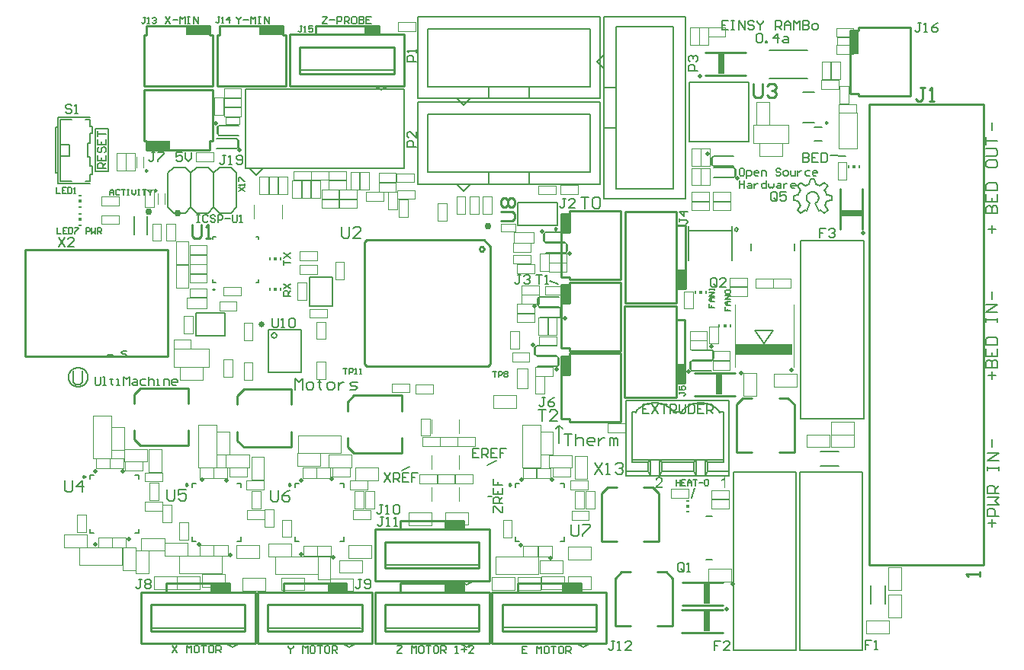
<source format=gto>
G04 Layer_Color=65535*
%FSLAX25Y25*%
%MOIN*%
G70*
G01*
G75*
%ADD12C,0.00800*%
%ADD64C,0.00700*%
%ADD68C,0.01000*%
%ADD115C,0.03000*%
%ADD139C,0.00984*%
%ADD140C,0.00600*%
%ADD141C,0.00500*%
%ADD142C,0.00394*%
%ADD143C,0.02000*%
%ADD144C,0.02500*%
%ADD145C,0.00787*%
%ADD146C,0.00200*%
%ADD147C,0.00197*%
%ADD148C,0.00400*%
%ADD149R,0.01200X0.01190*%
%ADD150R,0.01200X0.00600*%
%ADD151R,0.01200X0.00590*%
%ADD152R,0.02953X0.08790*%
%ADD153R,0.08790X0.02953*%
%ADD154R,0.24505X0.04921*%
%ADD155R,0.01190X0.01200*%
%ADD156R,0.00600X0.01200*%
%ADD157R,0.00590X0.01200*%
G36*
X50855Y220700D02*
X40550D01*
Y224450D01*
X50855D01*
Y220700D01*
D02*
G37*
G36*
X293604Y72475D02*
X292992D01*
Y76361D01*
X292984Y76353D01*
X292954Y76323D01*
X292901Y76285D01*
X292833Y76232D01*
X292750Y76164D01*
X292652Y76096D01*
X292538Y76013D01*
X292410Y75937D01*
X292402D01*
X292395Y75930D01*
X292349Y75899D01*
X292281Y75862D01*
X292198Y75816D01*
X292100Y75763D01*
X291994Y75718D01*
X291881Y75665D01*
X291775Y75620D01*
Y76217D01*
X291782D01*
X291797Y76225D01*
X291828Y76240D01*
X291858Y76262D01*
X291903Y76285D01*
X291956Y76308D01*
X292077Y76376D01*
X292213Y76459D01*
X292365Y76557D01*
X292516Y76671D01*
X292659Y76792D01*
X292667Y76799D01*
X292674Y76807D01*
X292720Y76852D01*
X292788Y76920D01*
X292871Y77003D01*
X292962Y77109D01*
X293052Y77223D01*
X293136Y77343D01*
X293204Y77464D01*
X293604D01*
Y72475D01*
D02*
G37*
G36*
X264727Y77457D02*
X264788Y77449D01*
X264856Y77442D01*
X264931Y77434D01*
X265014Y77412D01*
X265196Y77366D01*
X265385Y77298D01*
X265483Y77253D01*
X265574Y77200D01*
X265657Y77132D01*
X265740Y77064D01*
X265748Y77056D01*
X265755Y77049D01*
X265778Y77026D01*
X265808Y76996D01*
X265838Y76950D01*
X265876Y76905D01*
X265952Y76792D01*
X266027Y76648D01*
X266095Y76482D01*
X266148Y76293D01*
X266156Y76187D01*
X266163Y76081D01*
Y76066D01*
Y76028D01*
X266156Y75968D01*
X266148Y75892D01*
X266133Y75801D01*
X266110Y75703D01*
X266080Y75597D01*
X266035Y75491D01*
X266027Y75476D01*
X266012Y75438D01*
X265982Y75385D01*
X265937Y75310D01*
X265884Y75219D01*
X265816Y75113D01*
X265725Y75007D01*
X265627Y74886D01*
X265612Y74871D01*
X265574Y74826D01*
X265506Y74758D01*
X265460Y74713D01*
X265407Y74660D01*
X265347Y74599D01*
X265271Y74531D01*
X265196Y74463D01*
X265113Y74380D01*
X265022Y74297D01*
X264916Y74206D01*
X264810Y74115D01*
X264689Y74010D01*
X264682Y74002D01*
X264667Y73987D01*
X264636Y73964D01*
X264598Y73934D01*
X264508Y73858D01*
X264394Y73760D01*
X264281Y73654D01*
X264160Y73548D01*
X264062Y73458D01*
X264024Y73420D01*
X263986Y73382D01*
X263979Y73374D01*
X263963Y73352D01*
X263933Y73321D01*
X263895Y73276D01*
X263812Y73178D01*
X263729Y73057D01*
X266171D01*
Y72475D01*
X262882D01*
Y72482D01*
Y72513D01*
Y72558D01*
X262890Y72611D01*
X262897Y72671D01*
X262905Y72739D01*
X262928Y72815D01*
X262950Y72891D01*
Y72898D01*
X262958Y72906D01*
X262973Y72951D01*
X263003Y73012D01*
X263049Y73102D01*
X263102Y73201D01*
X263177Y73314D01*
X263253Y73427D01*
X263351Y73548D01*
Y73556D01*
X263366Y73563D01*
X263404Y73609D01*
X263464Y73677D01*
X263555Y73768D01*
X263669Y73873D01*
X263805Y74002D01*
X263971Y74146D01*
X264152Y74304D01*
X264160Y74312D01*
X264190Y74335D01*
X264228Y74365D01*
X264281Y74418D01*
X264349Y74471D01*
X264425Y74539D01*
X264591Y74682D01*
X264772Y74856D01*
X264954Y75030D01*
X265044Y75113D01*
X265120Y75196D01*
X265188Y75280D01*
X265249Y75355D01*
Y75363D01*
X265264Y75370D01*
X265279Y75393D01*
X265294Y75423D01*
X265339Y75499D01*
X265392Y75597D01*
X265445Y75710D01*
X265491Y75831D01*
X265521Y75968D01*
X265536Y76096D01*
Y76104D01*
Y76111D01*
X265528Y76157D01*
X265521Y76225D01*
X265506Y76308D01*
X265468Y76406D01*
X265423Y76504D01*
X265362Y76610D01*
X265271Y76708D01*
X265256Y76716D01*
X265226Y76746D01*
X265165Y76784D01*
X265090Y76837D01*
X264992Y76882D01*
X264878Y76920D01*
X264742Y76950D01*
X264591Y76958D01*
X264546D01*
X264515Y76950D01*
X264440Y76943D01*
X264341Y76928D01*
X264228Y76890D01*
X264107Y76845D01*
X263994Y76776D01*
X263888Y76686D01*
X263880Y76671D01*
X263850Y76640D01*
X263805Y76580D01*
X263759Y76497D01*
X263706Y76391D01*
X263669Y76270D01*
X263638Y76126D01*
X263623Y75960D01*
X262996Y76028D01*
Y76036D01*
Y76058D01*
X263003Y76096D01*
X263011Y76141D01*
X263026Y76202D01*
X263034Y76270D01*
X263079Y76421D01*
X263139Y76595D01*
X263223Y76769D01*
X263336Y76943D01*
X263396Y77018D01*
X263472Y77094D01*
X263480Y77101D01*
X263495Y77109D01*
X263517Y77132D01*
X263548Y77154D01*
X263593Y77177D01*
X263646Y77215D01*
X263706Y77245D01*
X263774Y77283D01*
X263850Y77313D01*
X263933Y77351D01*
X264032Y77381D01*
X264130Y77404D01*
X264357Y77449D01*
X264477Y77457D01*
X264606Y77464D01*
X264674D01*
X264727Y77457D01*
D02*
G37*
G36*
X100150Y271050D02*
X89845D01*
Y274800D01*
X100150D01*
Y271050D01*
D02*
G37*
G36*
X68050D02*
X57745D01*
Y274800D01*
X68050D01*
Y271050D01*
D02*
G37*
G36*
X351825Y262620D02*
X348075D01*
Y272925D01*
X351825D01*
Y262620D01*
D02*
G37*
G54D12*
X332875Y197175D02*
X333658Y197751D01*
X334189Y198565D01*
X334401Y199513D01*
X334267Y200476D01*
X333804Y201330D01*
X333071Y201969D01*
X332161Y202309D01*
X331189D01*
X330279Y201969D01*
X329546Y201330D01*
X329083Y200476D01*
X328949Y199513D01*
X329161Y198565D01*
X329692Y197751D01*
X330475Y197175D01*
X325575Y198075D02*
X325902Y197143D01*
X326375Y196275D01*
X326375Y202875D02*
X325901Y202008D01*
X325575Y201075D01*
X330175Y205575D02*
X329298Y205290D01*
X328475Y204875D01*
X334875Y204875D02*
X334006Y205345D01*
X333075Y205675D01*
X337875Y201075D02*
X337503Y202014D01*
X336975Y202875D01*
Y196275D02*
X337461Y197240D01*
X337775Y198275D01*
X299080Y185791D02*
X298536Y186540D01*
X297655Y186254D01*
Y185328D01*
X298536Y185042D01*
X299080Y185791D01*
X339475Y218275D02*
X346075Y217875D01*
X237343Y259159D02*
X240330Y256172D01*
X237343Y259159D02*
X240330Y262146D01*
X304739Y176675D02*
Y179529D01*
X323688Y176675D02*
Y179529D01*
X284979Y60242D02*
X287833D01*
X284979Y41294D02*
X287833D01*
X175975Y205561D02*
X178961Y202575D01*
X181948Y205561D01*
X175975Y243061D02*
X178961Y240075D01*
X181948Y243061D01*
X93607Y123279D02*
X108087D01*
Y141827D01*
X93607D02*
X108087D01*
X93607Y123279D02*
Y141827D01*
X328975Y193775D02*
X330475Y197175D01*
X328275Y194175D02*
X328975Y193775D01*
X326475Y192975D02*
X328275Y194175D01*
X325075Y194375D02*
X326475Y192975D01*
X325075Y194375D02*
X326275Y196175D01*
X323275Y198575D02*
X325475Y198175D01*
X323275Y198575D02*
Y200575D01*
X325575Y200975D01*
X325075Y204775D02*
X326375Y202875D01*
X325075Y204775D02*
X326475Y206175D01*
X328375Y204875D01*
X330175Y205575D02*
X330675Y207975D01*
X332575D01*
X333075Y205575D01*
X334875Y204875D02*
X336875Y206175D01*
X338275Y204775D01*
X336875Y202875D02*
X338275Y204775D01*
X337775Y200975D02*
X339975Y200575D01*
Y198575D02*
Y200575D01*
X337775Y198175D02*
X339975Y198575D01*
X336975Y196175D02*
X338275Y194375D01*
X336875Y192975D02*
X338275Y194375D01*
X335075Y194175D02*
X336875Y192975D01*
X334275Y193775D02*
X335075Y194175D01*
X332875Y197175D02*
X334275Y193775D01*
X277375Y185102D02*
X296324D01*
Y172090D02*
Y185102D01*
Y187071D01*
X277375Y185102D02*
Y187071D01*
Y172090D02*
Y185102D01*
X306508Y141394D02*
X314445D01*
X310508Y135926D02*
X314445Y141394D01*
X306508D02*
X310508Y135926D01*
X220900Y92100D02*
Y100000D01*
X219400Y98500D02*
X220900Y100000D01*
X222400Y98500D01*
X23750Y211200D02*
Y229900D01*
X17950D02*
X23750D01*
X17950Y211200D02*
Y229900D01*
Y211200D02*
X23750D01*
X152200Y80300D02*
X155600Y81900D01*
X189300Y82600D02*
X193500Y84700D01*
X189700Y68800D02*
X191500Y68900D01*
X278800Y68300D02*
X280000Y72400D01*
X83776Y212477D02*
X153224D01*
Y247123D01*
X83776D02*
X153224D01*
X83776Y212477D02*
Y247123D01*
X85429Y212477D02*
X88185Y209721D01*
X88382Y209524D01*
X91335Y212477D01*
X216800Y163100D02*
X220400Y161900D01*
X226200Y56398D02*
Y52233D01*
X227033Y51400D01*
X228699D01*
X229532Y52233D01*
Y56398D01*
X231198D02*
X234531D01*
Y55565D01*
X231198Y52233D01*
Y51400D01*
X94775Y71673D02*
Y67508D01*
X95608Y66675D01*
X97274D01*
X98107Y67508D01*
Y71673D01*
X103105D02*
X101439Y70840D01*
X99773Y69174D01*
Y67508D01*
X100606Y66675D01*
X102272D01*
X103105Y67508D01*
Y68341D01*
X102272Y69174D01*
X99773D01*
X49575Y71973D02*
Y67808D01*
X50408Y66975D01*
X52074D01*
X52907Y67808D01*
Y71973D01*
X57905D02*
X54573D01*
Y69474D01*
X56239Y70307D01*
X57072D01*
X57905Y69474D01*
Y67808D01*
X57072Y66975D01*
X55406D01*
X54573Y67808D01*
X4875Y75873D02*
Y71708D01*
X5708Y70875D01*
X7374D01*
X8207Y71708D01*
Y75873D01*
X12372Y70875D02*
Y75873D01*
X9873Y73374D01*
X13205D01*
X125775Y186973D02*
Y182808D01*
X126608Y181975D01*
X128274D01*
X129107Y182808D01*
Y186973D01*
X134105Y181975D02*
X130773D01*
X134105Y185307D01*
Y186140D01*
X133272Y186973D01*
X131606D01*
X130773Y186140D01*
X236400Y83698D02*
X239732Y78700D01*
Y83698D02*
X236400Y78700D01*
X241398D02*
X243064D01*
X242231D01*
Y83698D01*
X241398Y82865D01*
X245564D02*
X246397Y83698D01*
X248063D01*
X248896Y82865D01*
Y82032D01*
X248063Y81199D01*
X247230D01*
X248063D01*
X248896Y80366D01*
Y79533D01*
X248063Y78700D01*
X246397D01*
X245564Y79533D01*
X44041Y219474D02*
X42708D01*
X43374D01*
Y216141D01*
X42708Y215475D01*
X42041D01*
X41375Y216141D01*
X45373Y219474D02*
X48039D01*
Y218807D01*
X45373Y216141D01*
Y215475D01*
X306975Y271007D02*
X307641Y271673D01*
X308974D01*
X309641Y271007D01*
Y268341D01*
X308974Y267675D01*
X307641D01*
X306975Y268341D01*
Y271007D01*
X310974Y267675D02*
Y268341D01*
X311640D01*
Y267675D01*
X310974D01*
X316305D02*
Y271673D01*
X314306Y269674D01*
X316972D01*
X318971Y270341D02*
X320304D01*
X320970Y269674D01*
Y267675D01*
X318971D01*
X318304Y268341D01*
X318971Y269008D01*
X320970D01*
X223200Y96298D02*
X226532D01*
X224866D01*
Y91300D01*
X228198Y96298D02*
Y91300D01*
Y93799D01*
X229031Y94632D01*
X230698D01*
X231531Y93799D01*
Y91300D01*
X235696D02*
X234030D01*
X233197Y92133D01*
Y93799D01*
X234030Y94632D01*
X235696D01*
X236529Y93799D01*
Y92966D01*
X233197D01*
X238195Y94632D02*
Y91300D01*
Y92966D01*
X239028Y93799D01*
X239861Y94632D01*
X240694D01*
X243194Y91300D02*
Y94632D01*
X244027D01*
X244860Y93799D01*
Y91300D01*
Y93799D01*
X245693Y94632D01*
X246526Y93799D01*
Y91300D01*
X105275Y115675D02*
Y120673D01*
X106941Y119007D01*
X108607Y120673D01*
Y115675D01*
X111106D02*
X112772D01*
X113605Y116508D01*
Y118174D01*
X112772Y119007D01*
X111106D01*
X110273Y118174D01*
Y116508D01*
X111106Y115675D01*
X116105Y119840D02*
Y119007D01*
X115272D01*
X116938D01*
X116105D01*
Y116508D01*
X116938Y115675D01*
X120270D02*
X121936D01*
X122769Y116508D01*
Y118174D01*
X121936Y119007D01*
X120270D01*
X119437Y118174D01*
Y116508D01*
X120270Y115675D01*
X124435Y119007D02*
Y115675D01*
Y117341D01*
X125268Y118174D01*
X126101Y119007D01*
X126934D01*
X129434Y115675D02*
X131933D01*
X132766Y116508D01*
X131933Y117341D01*
X130267D01*
X129434Y118174D01*
X130267Y119007D01*
X132766D01*
X410076Y55675D02*
Y59007D01*
X408410Y57341D02*
X411742D01*
X410076Y90663D02*
Y93996D01*
X211700Y106798D02*
X215032D01*
X213366D01*
Y101800D01*
X220031D02*
X216698D01*
X220031Y105132D01*
Y105965D01*
X219198Y106798D01*
X217531D01*
X216698Y105965D01*
X230600Y199898D02*
X233932D01*
X232266D01*
Y194900D01*
X235598Y199065D02*
X236431Y199898D01*
X238098D01*
X238931Y199065D01*
Y195733D01*
X238098Y194900D01*
X236431D01*
X235598Y195733D01*
Y199065D01*
X294841Y277374D02*
X292175D01*
Y273375D01*
X294841D01*
X292175Y275374D02*
X293508D01*
X296174Y277374D02*
X297506D01*
X296840D01*
Y273375D01*
X296174D01*
X297506D01*
X299506D02*
Y277374D01*
X302172Y273375D01*
Y277374D01*
X306170Y276707D02*
X305504Y277374D01*
X304171D01*
X303504Y276707D01*
Y276041D01*
X304171Y275374D01*
X305504D01*
X306170Y274708D01*
Y274041D01*
X305504Y273375D01*
X304171D01*
X303504Y274041D01*
X307503Y277374D02*
Y276707D01*
X308836Y275374D01*
X310169Y276707D01*
Y277374D01*
X308836Y275374D02*
Y273375D01*
X315501D02*
Y277374D01*
X317500D01*
X318166Y276707D01*
Y275374D01*
X317500Y274708D01*
X315501D01*
X316833D02*
X318166Y273375D01*
X319499D02*
Y276041D01*
X320832Y277374D01*
X322165Y276041D01*
Y273375D01*
Y275374D01*
X319499D01*
X323498Y273375D02*
Y277374D01*
X324831Y276041D01*
X326164Y277374D01*
Y273375D01*
X327497Y277374D02*
Y273375D01*
X329496D01*
X330163Y274041D01*
Y274708D01*
X329496Y275374D01*
X327497D01*
X329496D01*
X330163Y276041D01*
Y276707D01*
X329496Y277374D01*
X327497D01*
X332162Y273375D02*
X333495D01*
X334161Y274041D01*
Y275374D01*
X333495Y276041D01*
X332162D01*
X331495Y275374D01*
Y274041D01*
X332162Y273375D01*
X412975Y60375D02*
X407976D01*
Y62874D01*
X408810Y63707D01*
X410476D01*
X411309Y62874D01*
Y60375D01*
X407976Y65373D02*
X412975D01*
X411309Y67039D01*
X412975Y68705D01*
X407976D01*
X412975Y70372D02*
X407976D01*
Y72871D01*
X408810Y73704D01*
X410476D01*
X411309Y72871D01*
Y70372D01*
Y72038D02*
X412975Y73704D01*
X407976Y80368D02*
Y82034D01*
Y81201D01*
X412975D01*
Y80368D01*
Y82034D01*
Y84534D02*
X407976D01*
X412975Y87866D01*
X407976D01*
X407576Y125275D02*
X412575D01*
Y127774D01*
X411742Y128607D01*
X410909D01*
X410076Y127774D01*
Y125275D01*
Y127774D01*
X409242Y128607D01*
X408410D01*
X407576Y127774D01*
Y125275D01*
Y133605D02*
Y130273D01*
X412575D01*
Y133605D01*
X410076Y130273D02*
Y131939D01*
X407576Y135272D02*
X412575D01*
Y137771D01*
X411742Y138604D01*
X408410D01*
X407576Y137771D01*
Y135272D01*
Y145268D02*
Y146934D01*
Y146101D01*
X412575D01*
Y145268D01*
Y146934D01*
Y149434D02*
X407576D01*
X412575Y152766D01*
X407576D01*
X410076Y120175D02*
Y123507D01*
X408410Y121841D02*
X411742D01*
X410076Y155164D02*
Y158496D01*
Y184175D02*
Y187507D01*
X408410Y185841D02*
X411742D01*
X410076Y229160D02*
Y232492D01*
X407576Y192775D02*
X412575D01*
Y195274D01*
X411742Y196107D01*
X410909D01*
X410076Y195274D01*
Y192775D01*
Y195274D01*
X409242Y196107D01*
X408410D01*
X407576Y195274D01*
Y192775D01*
Y201105D02*
Y197773D01*
X412575D01*
Y201105D01*
X410076Y197773D02*
Y199439D01*
X407576Y202772D02*
X412575D01*
Y205271D01*
X411742Y206104D01*
X408410D01*
X407576Y205271D01*
Y202772D01*
Y215267D02*
Y213601D01*
X408410Y212768D01*
X411742D01*
X412575Y213601D01*
Y215267D01*
X411742Y216101D01*
X408410D01*
X407576Y215267D01*
Y217767D02*
X411742D01*
X412575Y218600D01*
Y220266D01*
X411742Y221099D01*
X407576D01*
Y222765D02*
Y226097D01*
Y224431D01*
X412575D01*
G54D64*
X277783Y224083D02*
Y250067D01*
Y224083D02*
X303767D01*
Y250067D01*
X277783D02*
X303767D01*
X75066Y218099D02*
X73733D01*
X74399D01*
Y214766D01*
X73733Y214100D01*
X73066D01*
X72400Y214766D01*
X76399Y214100D02*
X77732D01*
X77065D01*
Y218099D01*
X76399Y217432D01*
X79731Y214766D02*
X80397Y214100D01*
X81730D01*
X82397Y214766D01*
Y217432D01*
X81730Y218099D01*
X80397D01*
X79731Y217432D01*
Y216766D01*
X80397Y216099D01*
X82397D01*
X245166Y5399D02*
X243833D01*
X244499D01*
Y2066D01*
X243833Y1400D01*
X243166D01*
X242500Y2066D01*
X246499Y1400D02*
X247832D01*
X247165D01*
Y5399D01*
X246499Y4732D01*
X252497Y1400D02*
X249831D01*
X252497Y4066D01*
Y4732D01*
X251830Y5399D01*
X250497D01*
X249831Y4732D01*
X143966Y59899D02*
X142633D01*
X143299D01*
Y56566D01*
X142633Y55900D01*
X141966D01*
X141300Y56566D01*
X145299Y55900D02*
X146632D01*
X145965D01*
Y59899D01*
X145299Y59232D01*
X148631Y55900D02*
X149964D01*
X149297D01*
Y59899D01*
X148631Y59232D01*
X143666Y65199D02*
X142333D01*
X142999D01*
Y61866D01*
X142333Y61200D01*
X141666D01*
X141000Y61866D01*
X144999Y61200D02*
X146332D01*
X145665D01*
Y65199D01*
X144999Y64532D01*
X148331D02*
X148997Y65199D01*
X150330D01*
X150997Y64532D01*
Y61866D01*
X150330Y61200D01*
X148997D01*
X148331Y61866D01*
Y64532D01*
X134366Y32399D02*
X133033D01*
X133699D01*
Y29066D01*
X133033Y28400D01*
X132367D01*
X131700Y29066D01*
X135699D02*
X136365Y28400D01*
X137698D01*
X138365Y29066D01*
Y31732D01*
X137698Y32399D01*
X136365D01*
X135699Y31732D01*
Y31066D01*
X136365Y30399D01*
X138365D01*
X38366Y32499D02*
X37033D01*
X37699D01*
Y29166D01*
X37033Y28500D01*
X36366D01*
X35700Y29166D01*
X39699Y31832D02*
X40365Y32499D01*
X41698D01*
X42364Y31832D01*
Y31166D01*
X41698Y30499D01*
X42364Y29833D01*
Y29166D01*
X41698Y28500D01*
X40365D01*
X39699Y29166D01*
Y29833D01*
X40365Y30499D01*
X39699Y31166D01*
Y31832D01*
X40365Y30499D02*
X41698D01*
X214666Y112199D02*
X213333D01*
X213999D01*
Y108867D01*
X213333Y108200D01*
X212666D01*
X212000Y108867D01*
X218665Y112199D02*
X217332Y111532D01*
X215999Y110199D01*
Y108867D01*
X216665Y108200D01*
X217998D01*
X218665Y108867D01*
Y109533D01*
X217998Y110199D01*
X215999D01*
X204066Y165899D02*
X202733D01*
X203399D01*
Y162566D01*
X202733Y161900D01*
X202066D01*
X201400Y162566D01*
X205399Y165232D02*
X206065Y165899D01*
X207398D01*
X208065Y165232D01*
Y164566D01*
X207398Y163899D01*
X206732D01*
X207398D01*
X208065Y163233D01*
Y162566D01*
X207398Y161900D01*
X206065D01*
X205399Y162566D01*
X223866Y199299D02*
X222533D01*
X223199D01*
Y195966D01*
X222533Y195300D01*
X221866D01*
X221200Y195966D01*
X227865Y195300D02*
X225199D01*
X227865Y197966D01*
Y198632D01*
X227198Y199299D01*
X225865D01*
X225199Y198632D01*
X289741Y161341D02*
Y164007D01*
X289074Y164673D01*
X287741D01*
X287075Y164007D01*
Y161341D01*
X287741Y160675D01*
X289074D01*
X288408Y162008D02*
X289741Y160675D01*
X289074D02*
X289741Y161341D01*
X293739Y160675D02*
X291073D01*
X293739Y163341D01*
Y164007D01*
X293073Y164673D01*
X291740D01*
X291073Y164007D01*
X275466Y36566D02*
Y39232D01*
X274799Y39899D01*
X273466D01*
X272800Y39232D01*
Y36566D01*
X273466Y35900D01*
X274799D01*
X274133Y37233D02*
X275466Y35900D01*
X274799D02*
X275466Y36566D01*
X276799Y35900D02*
X278132D01*
X277465D01*
Y39899D01*
X276799Y39232D01*
X7841Y240007D02*
X7174Y240673D01*
X5841D01*
X5175Y240007D01*
Y239341D01*
X5841Y238674D01*
X7174D01*
X7841Y238008D01*
Y237341D01*
X7174Y236675D01*
X5841D01*
X5175Y237341D01*
X9173Y236675D02*
X10506D01*
X9840D01*
Y240673D01*
X9173Y240007D01*
X2100Y182299D02*
X4766Y178300D01*
Y182299D02*
X2100Y178300D01*
X8765D02*
X6099D01*
X8765Y180966D01*
Y181632D01*
X8098Y182299D01*
X6765D01*
X6099Y181632D01*
X315941Y198741D02*
Y201407D01*
X315274Y202074D01*
X313941D01*
X313275Y201407D01*
Y198741D01*
X313941Y198075D01*
X315274D01*
X314608Y199408D02*
X315941Y198075D01*
X315274D02*
X315941Y198741D01*
X319939Y202074D02*
X317273D01*
Y200074D01*
X318606Y200741D01*
X319273D01*
X319939Y200074D01*
Y198741D01*
X319273Y198075D01*
X317940D01*
X317273Y198741D01*
X95475Y146873D02*
Y143541D01*
X96141Y142875D01*
X97474D01*
X98141Y143541D01*
Y146873D01*
X99474Y142875D02*
X100806D01*
X100140D01*
Y146873D01*
X99474Y146207D01*
X102806D02*
X103472Y146873D01*
X104805D01*
X105472Y146207D01*
Y143541D01*
X104805Y142875D01*
X103472D01*
X102806Y143541D01*
Y146207D01*
X357541Y5874D02*
X354875D01*
Y3874D01*
X356208D01*
X354875D01*
Y1875D01*
X358874D02*
X360206D01*
X359540D01*
Y5874D01*
X358874Y5207D01*
X291441Y5474D02*
X288775D01*
Y3474D01*
X290108D01*
X288775D01*
Y1475D01*
X295439D02*
X292774D01*
X295439Y4141D01*
Y4807D01*
X294773Y5474D01*
X293440D01*
X292774Y4807D01*
X337366Y186199D02*
X334700D01*
Y184199D01*
X336033D01*
X334700D01*
Y182200D01*
X338699Y185532D02*
X339365Y186199D01*
X340698D01*
X341365Y185532D01*
Y184866D01*
X340698Y184199D01*
X340032D01*
X340698D01*
X341365Y183533D01*
Y182867D01*
X340698Y182200D01*
X339365D01*
X338699Y182867D01*
X281475Y255075D02*
X277476D01*
Y257074D01*
X278142Y257741D01*
X279475D01*
X280142Y257074D01*
Y255075D01*
X278142Y259073D02*
X277476Y259740D01*
Y261073D01*
X278142Y261739D01*
X278809D01*
X279475Y261073D01*
Y260406D01*
Y261073D01*
X280142Y261739D01*
X280808D01*
X281475Y261073D01*
Y259740D01*
X280808Y259073D01*
X158400Y259100D02*
X154401D01*
Y261099D01*
X155068Y261766D01*
X156401D01*
X157067Y261099D01*
Y259100D01*
X158400Y263099D02*
Y264432D01*
Y263765D01*
X154401D01*
X155068Y263099D01*
X158300Y221800D02*
X154301D01*
Y223799D01*
X154968Y224466D01*
X156301D01*
X156967Y223799D01*
Y221800D01*
X158300Y228465D02*
Y225799D01*
X155634Y228465D01*
X154968D01*
X154301Y227798D01*
Y226465D01*
X154968Y225799D01*
X379241Y276273D02*
X377908D01*
X378574D01*
Y272941D01*
X377908Y272275D01*
X377241D01*
X376575Y272941D01*
X380574Y272275D02*
X381906D01*
X381240D01*
Y276273D01*
X380574Y275607D01*
X386572Y276273D02*
X385239Y275607D01*
X383906Y274274D01*
Y272941D01*
X384572Y272275D01*
X385905D01*
X386572Y272941D01*
Y273608D01*
X385905Y274274D01*
X383906D01*
X327375Y219373D02*
Y215375D01*
X329374D01*
X330041Y216041D01*
Y216708D01*
X329374Y217374D01*
X327375D01*
X329374D01*
X330041Y218041D01*
Y218707D01*
X329374Y219373D01*
X327375D01*
X334039D02*
X331374D01*
Y215375D01*
X334039D01*
X331374Y217374D02*
X332706D01*
X335372Y219373D02*
Y215375D01*
X337372D01*
X338038Y216041D01*
Y218707D01*
X337372Y219373D01*
X335372D01*
X185741Y89773D02*
X183075D01*
Y85775D01*
X185741D01*
X183075Y87774D02*
X184408D01*
X187074Y85775D02*
Y89773D01*
X189073D01*
X189739Y89107D01*
Y87774D01*
X189073Y87108D01*
X187074D01*
X188406D02*
X189739Y85775D01*
X193738Y89773D02*
X191072D01*
Y85775D01*
X193738D01*
X191072Y87774D02*
X192405D01*
X197737Y89773D02*
X195071D01*
Y87774D01*
X196404D01*
X195071D01*
Y85775D01*
X192001Y61900D02*
Y64566D01*
X192668D01*
X195334Y61900D01*
X196000D01*
Y64566D01*
Y65899D02*
X192001D01*
Y67898D01*
X192668Y68564D01*
X194001D01*
X194667Y67898D01*
Y65899D01*
Y67232D02*
X196000Y68564D01*
X192001Y72563D02*
Y69897D01*
X196000D01*
Y72563D01*
X194001Y69897D02*
Y71230D01*
X192001Y76562D02*
Y73896D01*
X194001D01*
Y75229D01*
Y73896D01*
X196000D01*
X144500Y79099D02*
X147166Y75100D01*
Y79099D02*
X144500Y75100D01*
X148499D02*
Y79099D01*
X150498D01*
X151164Y78432D01*
Y77099D01*
X150498Y76433D01*
X148499D01*
X149832D02*
X151164Y75100D01*
X155163Y79099D02*
X152497D01*
Y75100D01*
X155163D01*
X152497Y77099D02*
X153830D01*
X159162Y79099D02*
X156496D01*
Y77099D01*
X157829D01*
X156496D01*
Y75100D01*
X210900Y165874D02*
X213566D01*
X212233D01*
Y161875D01*
X214899D02*
X216232D01*
X215565D01*
Y165874D01*
X214899Y165207D01*
X56041Y219573D02*
X53375D01*
Y217574D01*
X54708Y218241D01*
X55374D01*
X56041Y217574D01*
Y216241D01*
X55374Y215575D01*
X54041D01*
X53375Y216241D01*
X57373Y219573D02*
Y216908D01*
X58706Y215575D01*
X60039Y216908D01*
Y219573D01*
X17975Y121274D02*
Y118275D01*
X18575Y117675D01*
X19774D01*
X20374Y118275D01*
Y121274D01*
X21574Y117675D02*
X22773D01*
X22173D01*
Y121274D01*
X21574D01*
X25172Y120674D02*
Y120074D01*
X24573D01*
X25772D01*
X25172D01*
Y118275D01*
X25772Y117675D01*
X27572D02*
X28771D01*
X28172D01*
Y120074D01*
X27572D01*
X30571Y117675D02*
Y121274D01*
X31770Y120074D01*
X32970Y121274D01*
Y117675D01*
X34769Y120074D02*
X35969D01*
X36569Y119474D01*
Y117675D01*
X34769D01*
X34170Y118275D01*
X34769Y118874D01*
X36569D01*
X40168Y120074D02*
X38368D01*
X37768Y119474D01*
Y118275D01*
X38368Y117675D01*
X40168D01*
X41367Y121274D02*
Y117675D01*
Y119474D01*
X41967Y120074D01*
X43167D01*
X43766Y119474D01*
Y117675D01*
X44966D02*
X46166D01*
X45566D01*
Y120074D01*
X44966D01*
X47965Y117675D02*
Y120074D01*
X49764D01*
X50364Y119474D01*
Y117675D01*
X53363D02*
X52164D01*
X51564Y118275D01*
Y119474D01*
X52164Y120074D01*
X53363D01*
X53963Y119474D01*
Y118874D01*
X51564D01*
X260241Y109373D02*
X257575D01*
Y105375D01*
X260241D01*
X257575Y107374D02*
X258908D01*
X261574Y109373D02*
X264239Y105375D01*
Y109373D02*
X261574Y105375D01*
X265572Y109373D02*
X268238D01*
X266905D01*
Y105375D01*
X269571D02*
Y109373D01*
X271570D01*
X272237Y108707D01*
Y107374D01*
X271570Y106708D01*
X269571D01*
X270904D02*
X272237Y105375D01*
X273570Y109373D02*
Y106041D01*
X274236Y105375D01*
X275569D01*
X276235Y106041D01*
Y109373D01*
X277568D02*
Y105375D01*
X279568D01*
X280234Y106041D01*
Y108707D01*
X279568Y109373D01*
X277568D01*
X284233D02*
X281567D01*
Y105375D01*
X284233D01*
X281567Y107374D02*
X282900D01*
X285566Y105375D02*
Y109373D01*
X287565D01*
X288232Y108707D01*
Y107374D01*
X287565Y106708D01*
X285566D01*
X286899D02*
X288232Y105375D01*
G54D68*
X187953Y177197D02*
X187453Y178063D01*
X186453D01*
X185953Y177197D01*
X186453Y176331D01*
X187453D01*
X187953Y177197D01*
X44675Y202931D02*
X44015Y203312D01*
Y202550D01*
X44675Y202931D01*
X40672Y211631D02*
X40012Y212013D01*
Y211250D01*
X40672Y211631D01*
X267717Y35786D02*
X270473Y33030D01*
X270473Y12164D02*
Y33030D01*
X263780Y35786D02*
X267717D01*
X245276Y12164D02*
Y33030D01*
X245276D02*
X248032Y35786D01*
X251969D01*
X245276Y12164D02*
X251969D01*
X263780D02*
X270473D01*
X128428Y110317D02*
X131184Y113073D01*
Y113073D02*
X152050D01*
X128428Y106380D02*
Y110317D01*
X131184Y87876D02*
X152050D01*
X128428Y90632D02*
X131184Y87876D01*
X128428Y90632D02*
Y94569D01*
X152050Y87876D02*
Y94569D01*
Y106380D02*
Y113073D01*
X80264Y113017D02*
X83020Y115773D01*
Y115773D02*
X103886D01*
X80264Y109080D02*
Y113017D01*
X83020Y90576D02*
X103886D01*
X80264Y93332D02*
X83020Y90576D01*
X80264Y93332D02*
Y97269D01*
X103886Y90576D02*
Y97269D01*
Y109080D02*
Y115773D01*
X261817Y72986D02*
X264573Y70230D01*
X264573Y49364D02*
Y70230D01*
X257880Y72986D02*
X261817D01*
X239376Y49364D02*
Y70230D01*
X239376D02*
X242132Y72986D01*
X246069D01*
X239376Y49364D02*
X246069D01*
X257880D02*
X264573D01*
X320917Y111986D02*
X323673Y109230D01*
X323673Y88364D02*
Y109230D01*
X316980Y111986D02*
X320917D01*
X298476Y88364D02*
Y109230D01*
X298476D02*
X301232Y111986D01*
X305169D01*
X298476Y88364D02*
X305169D01*
X316980D02*
X323673D01*
X35064Y113517D02*
X37820Y116273D01*
Y116273D02*
X58686D01*
X35064Y109580D02*
Y113517D01*
X37820Y91076D02*
X58686D01*
X35064Y93832D02*
X37820Y91076D01*
X35064Y93832D02*
Y97769D01*
X58686Y91076D02*
Y97769D01*
Y109580D02*
Y116273D01*
X37992Y26998D02*
X49192D01*
Y30748D01*
X76742Y26998D02*
X87992D01*
Y4448D02*
Y26998D01*
X37992Y4448D02*
X87992D01*
X37992D02*
Y26998D01*
X83504Y9948D02*
Y21457D01*
X42392Y9948D02*
X83504D01*
X42392D02*
Y21457D01*
X83504D01*
X49119Y26970D02*
X76669D01*
X49192Y30748D02*
X76742D01*
Y26998D02*
Y30748D01*
X70992Y29748D02*
X76742D01*
X70992Y26970D02*
Y30748D01*
Y28748D02*
X76642D01*
X70992Y27848D02*
X76742D01*
X122173D02*
X127923D01*
X122173Y28748D02*
X127823D01*
X122173Y26970D02*
Y30748D01*
Y29748D02*
X127923D01*
Y26998D02*
Y30748D01*
X100373D02*
X127923D01*
X100300Y26970D02*
X127850D01*
X93573Y21457D02*
X134685D01*
X93573Y9948D02*
Y21457D01*
Y9948D02*
X134685D01*
Y21457D01*
X89173Y4448D02*
Y26998D01*
Y4448D02*
X139173D01*
Y26998D01*
X127923D02*
X139173D01*
X100373D02*
Y30748D01*
X89173Y26998D02*
X100373D01*
X140354Y54557D02*
X151554D01*
Y58307D01*
X179104Y54557D02*
X190354D01*
Y32007D02*
Y54557D01*
X140354Y32007D02*
X190354D01*
X140354D02*
Y54557D01*
X185866Y37507D02*
Y49016D01*
X144754Y37507D02*
X185866D01*
X144754D02*
Y49016D01*
X185866D01*
X151481Y54530D02*
X179031D01*
X151554Y58307D02*
X179104D01*
Y54557D02*
Y58307D01*
X173354Y57307D02*
X179104D01*
X173354Y54530D02*
Y58307D01*
Y56307D02*
X179004D01*
X173354Y55407D02*
X179104D01*
X173354Y27848D02*
X179104D01*
X173354Y28748D02*
X179004D01*
X173354Y26970D02*
Y30748D01*
Y29748D02*
X179104D01*
Y26998D02*
Y30748D01*
X151554D02*
X179104D01*
X151481Y26970D02*
X179031D01*
X144754Y21457D02*
X185866D01*
X144754Y9948D02*
Y21457D01*
Y9948D02*
X185866D01*
Y21457D01*
X140354Y4448D02*
Y26998D01*
Y4448D02*
X190354D01*
Y26998D01*
X179104D02*
X190354D01*
X151554D02*
Y30748D01*
X140354Y26998D02*
X151554D01*
X191575Y27037D02*
X202775D01*
Y30787D01*
X230325Y27037D02*
X241575D01*
Y4487D02*
Y27037D01*
X191575Y4487D02*
X241575D01*
X191575D02*
Y27037D01*
X237087Y9987D02*
Y21496D01*
X195975Y9987D02*
X237087D01*
X195975D02*
Y21496D01*
X237087D01*
X202701Y27010D02*
X230251D01*
X202775Y30787D02*
X230325D01*
Y27037D02*
Y30787D01*
X224575Y29787D02*
X230325D01*
X224575Y27010D02*
Y30787D01*
Y28787D02*
X230225D01*
X224575Y27887D02*
X230325D01*
X136195Y271942D02*
X141945D01*
X136195Y272843D02*
X141845D01*
X136195Y271065D02*
Y274843D01*
Y273843D02*
X141945D01*
Y271093D02*
Y274843D01*
X114395D02*
X141945D01*
X114322Y271065D02*
X141872D01*
X107595Y265551D02*
X148707D01*
X107595Y254043D02*
Y265551D01*
Y254043D02*
X148707D01*
Y265551D01*
X103195Y248542D02*
Y271093D01*
Y248542D02*
X153195D01*
Y271093D01*
X141945D02*
X153195D01*
X114395D02*
Y274843D01*
X103195Y271093D02*
X114395D01*
X71400Y248500D02*
Y271050D01*
Y248500D02*
X101400D01*
Y271050D01*
X100150D02*
X101400D01*
X100150D02*
Y274800D01*
X72600D02*
X100150D01*
X72600Y271050D02*
Y274800D01*
X71400Y271050D02*
X72600D01*
X39300Y248500D02*
Y271050D01*
Y248500D02*
X69300D01*
Y271050D01*
X68050D02*
X69300D01*
X68050D02*
Y274800D01*
X40500D02*
X68050D01*
X40500Y271050D02*
Y274800D01*
X39300Y271050D02*
X40500D01*
X272125Y118525D02*
Y126432D01*
X275875D01*
X274921Y118532D02*
Y126432D01*
X274000Y118552D02*
Y126432D01*
X273021Y118525D02*
Y126432D01*
X272225Y159925D02*
Y167832D01*
X275975D01*
X275021Y159932D02*
Y167832D01*
X274100Y159952D02*
Y167832D01*
X273120Y159925D02*
Y167832D01*
X225364Y184583D02*
Y192490D01*
X221614Y184583D02*
X225364D01*
X222568D02*
Y192483D01*
X223489Y184583D02*
Y192463D01*
X224468Y184583D02*
Y192490D01*
X225364Y153481D02*
Y161388D01*
X221614Y153481D02*
X225364D01*
X222568D02*
Y161381D01*
X223489Y153481D02*
Y161360D01*
X224468Y153481D02*
Y161388D01*
X225364Y122379D02*
Y130285D01*
X221614Y122379D02*
X225364D01*
X222568D02*
Y130279D01*
X223489Y122379D02*
Y130258D01*
X224468Y122379D02*
Y130285D01*
X222418Y27037D02*
X230325D01*
X222418D02*
Y30787D01*
Y29833D02*
X230318D01*
X222418Y28912D02*
X230297D01*
X222418Y27933D02*
X230325D01*
X171198Y54557D02*
X179104D01*
X171198D02*
Y58307D01*
Y57353D02*
X179098D01*
X171198Y56432D02*
X179077D01*
X171198Y55453D02*
X179104D01*
X171198Y26998D02*
X179104D01*
X171198D02*
Y30748D01*
Y29794D02*
X179098D01*
X171198Y28873D02*
X179077D01*
X171198Y27894D02*
X179104D01*
X120017Y26998D02*
X127923D01*
X120017D02*
Y30748D01*
Y29794D02*
X127917D01*
X120017Y28873D02*
X127896D01*
X120017Y27894D02*
X127923D01*
X68835Y26998D02*
X76742D01*
X68835D02*
Y30748D01*
Y29794D02*
X76735D01*
X68835Y28873D02*
X76715D01*
X68835Y27894D02*
X76742D01*
X356275Y39025D02*
X406275D01*
Y240525D01*
X356275D02*
X406275D01*
X356275Y39025D02*
Y240525D01*
X272125Y118525D02*
Y146075D01*
X249575Y152275D02*
X272125D01*
X249575Y112275D02*
Y152275D01*
Y112275D02*
X272125D01*
Y118525D01*
X275875D01*
Y146075D01*
X272125D02*
X275875D01*
X272125D02*
Y152275D01*
X272225Y159925D02*
Y187475D01*
X249675Y193675D02*
X272225D01*
X249675Y153675D02*
Y193675D01*
Y153675D02*
X272225D01*
Y159925D01*
X275975D01*
Y187475D01*
X272225D02*
X275975D01*
X272225D02*
Y193675D01*
X225364Y163740D02*
X247914D01*
Y193740D01*
X225364D02*
X247914D01*
X225364Y192490D02*
Y193740D01*
X221614Y192490D02*
X225364D01*
X221614Y164940D02*
Y192490D01*
Y164940D02*
X225364D01*
Y163740D02*
Y164940D01*
Y101535D02*
X247914D01*
Y131535D01*
X225364D02*
X247914D01*
X225364Y130285D02*
Y131535D01*
X221614Y130285D02*
X225364D01*
X221614Y102735D02*
Y130285D01*
Y102735D02*
X225364D01*
Y101535D02*
Y102735D01*
X187953Y181134D02*
X190854Y178181D01*
Y126975D02*
Y178181D01*
X189854Y125975D02*
X190854Y126975D01*
X136679Y125975D02*
X189854D01*
X135695Y126975D02*
X136679Y125975D01*
X135695Y126975D02*
Y180150D01*
X136679Y181134D01*
X187953D01*
X-12402Y176772D02*
X49659D01*
X-12402Y130243D02*
Y176772D01*
Y130243D02*
X49659D01*
Y176772D01*
X351825Y244175D02*
X374375D01*
Y274175D01*
X351825D02*
X374375D01*
X351825Y272925D02*
Y274175D01*
X348075Y272925D02*
X351825D01*
X348075Y245375D02*
Y272925D01*
Y245375D02*
X351825D01*
Y244175D02*
Y245375D01*
X284717Y253154D02*
X302475D01*
X284717Y263075D02*
X302475D01*
X274646Y31264D02*
X292405D01*
X274646Y21342D02*
X292405D01*
X274556Y19279D02*
X292314D01*
X274556Y9358D02*
X292314D01*
X353596Y185917D02*
Y203675D01*
X343675Y185917D02*
Y203675D01*
X280075Y122796D02*
X297833D01*
X280075Y112875D02*
X297833D01*
X225364Y132638D02*
X247914D01*
Y162638D01*
X225364D02*
X247914D01*
X225364Y161388D02*
Y162638D01*
X221614Y161388D02*
X225364D01*
X221614Y133838D02*
Y161388D01*
Y133838D02*
X225364D01*
Y132638D02*
Y133838D01*
X69300Y224450D02*
Y247000D01*
X39300D02*
X69300D01*
X39300Y224450D02*
Y247000D01*
Y224450D02*
X40550D01*
Y220700D02*
Y224450D01*
Y220700D02*
X68100D01*
Y224450D01*
X69300D01*
X305675Y249673D02*
Y244674D01*
X306675Y243675D01*
X308674D01*
X309674Y244674D01*
Y249673D01*
X311673Y248673D02*
X312672Y249673D01*
X314672D01*
X315672Y248673D01*
Y247674D01*
X314672Y246674D01*
X313672D01*
X314672D01*
X315672Y245674D01*
Y244674D01*
X314672Y243675D01*
X312672D01*
X311673Y244674D01*
X380873Y247873D02*
X378874D01*
X379874D01*
Y242875D01*
X378874Y241875D01*
X377874D01*
X376875Y242875D01*
X382873Y241875D02*
X384872D01*
X383873D01*
Y247873D01*
X382873Y246873D01*
X60500Y187998D02*
Y183000D01*
X61500Y182000D01*
X63499D01*
X64499Y183000D01*
Y187998D01*
X66498Y182000D02*
X68497D01*
X67498D01*
Y187998D01*
X66498Y186998D01*
X195402Y189600D02*
X200400D01*
X201400Y190600D01*
Y192599D01*
X200400Y193599D01*
X195402D01*
X196402Y195598D02*
X195402Y196598D01*
Y198597D01*
X196402Y199597D01*
X197401D01*
X198401Y198597D01*
X199401Y199597D01*
X200400D01*
X201400Y198597D01*
Y196598D01*
X200400Y195598D01*
X199401D01*
X198401Y196598D01*
X197401Y195598D01*
X196402D01*
X198401Y196598D02*
Y198597D01*
X404775Y33875D02*
Y35874D01*
Y34874D01*
X398777D01*
X399776Y33875D01*
G54D115*
X189775Y187075D02*
D03*
X53975Y192775D02*
D03*
X41492Y193500D02*
D03*
G54D139*
X338016Y232539D02*
X337278Y232965D01*
Y232113D01*
X338016Y232539D01*
X219800Y186100D02*
X219062Y186526D01*
Y185674D01*
X219800Y186100D01*
X70126Y159583D02*
X69339D01*
X70126D01*
X13640Y77588D02*
X12902Y78014D01*
Y77162D01*
X13640Y77588D01*
X58378Y73988D02*
X57640Y74414D01*
Y73562D01*
X58378Y73988D01*
X103378D02*
X102640Y74414D01*
Y73562D01*
X103378Y73988D01*
X199778D02*
X199040Y74414D01*
Y73562D01*
X199778Y73988D01*
G54D140*
X97587Y139279D02*
X97236Y140127D01*
X96387Y140479D01*
X95539Y140127D01*
X95187Y139279D01*
X95539Y138430D01*
X96387Y138079D01*
X97236Y138430D01*
X97587Y139279D01*
X291075Y105675D02*
X290455Y106425D01*
X289769Y107116D01*
X289022Y107739D01*
X288220Y108291D01*
X287370Y108766D01*
X286481Y109161D01*
X285558Y109471D01*
X284611Y109695D01*
X283647Y109830D01*
X282675Y109875D01*
X281702Y109830D01*
X280739Y109695D01*
X279791Y109471D01*
X278869Y109161D01*
X277979Y108766D01*
X277130Y108291D01*
X276328Y107739D01*
X275581Y107116D01*
X274894Y106425D01*
X274275Y105675D01*
X271075D02*
X270455Y106425D01*
X269769Y107116D01*
X269022Y107739D01*
X268220Y108291D01*
X267371Y108766D01*
X266481Y109161D01*
X265558Y109471D01*
X264611Y109695D01*
X263647Y109830D01*
X262675Y109875D01*
X261702Y109830D01*
X260739Y109695D01*
X259791Y109471D01*
X258869Y109161D01*
X257979Y108766D01*
X257130Y108291D01*
X256328Y107739D01*
X255580Y107116D01*
X254894Y106425D01*
X254275Y105675D01*
X240330Y230287D02*
X245645D01*
X240330Y248004D02*
X245645D01*
X240330Y278949D02*
X276157D01*
Y199343D02*
Y278949D01*
X240330Y199343D02*
X276157D01*
X240330D02*
Y278949D01*
X202740Y187482D02*
X220260D01*
X202740D02*
Y197718D01*
X220260D01*
Y187482D02*
Y197718D01*
X42892Y11348D02*
X83071D01*
X77992Y2748D02*
X80992Y4448D01*
X74992D02*
X77992Y2748D01*
X126173Y4448D02*
X129173Y2748D01*
X132173Y4448D01*
X94073Y11348D02*
X134252D01*
X145254Y38907D02*
X185433D01*
X180354Y30307D02*
X183354Y32007D01*
X177354D02*
X180354Y30307D01*
X177354Y4448D02*
X180354Y2748D01*
X183354Y4448D01*
X145254Y11348D02*
X185433D01*
X196475Y11387D02*
X236654D01*
X231575Y2787D02*
X234575Y4487D01*
X228575D02*
X231575Y2787D01*
X140195Y248542D02*
X143195Y246843D01*
X146195Y248542D01*
X108095Y255443D02*
X148274D01*
X159172Y205561D02*
X238778D01*
Y241388D01*
X159172D02*
X238778D01*
X159172Y205561D02*
Y241388D01*
X190117Y205561D02*
Y210876D01*
X207833Y205561D02*
Y210876D01*
X159172Y243061D02*
X238778D01*
Y278888D01*
X159172D02*
X238778D01*
X159172Y243061D02*
Y278888D01*
X190117Y243061D02*
Y248376D01*
X207833Y243061D02*
Y248376D01*
X250175Y110875D02*
X295175D01*
Y77875D02*
Y79875D01*
Y110875D01*
X292675Y84875D02*
Y105875D01*
Y83875D02*
Y84875D01*
X271175Y105875D02*
X274175D01*
X290975D02*
X292675D01*
X284675Y84875D02*
X292675D01*
X280675D02*
X284675D01*
X264675D02*
X280675D01*
X260675D02*
X264675D01*
X284675Y77875D02*
X295175D01*
X280675D02*
X284675D01*
X264675D02*
X280675D01*
X260675D02*
X264675D01*
X285675Y79875D02*
X295175D01*
X265675D02*
X279675D01*
X265675Y83875D02*
X279675D01*
X285675D02*
X292675D01*
X280675Y77875D02*
Y84875D01*
X284675Y77875D02*
Y84875D01*
X285675Y79875D02*
Y83875D01*
X279675Y79875D02*
Y83875D01*
Y79875D02*
X280675Y77875D01*
X284675D02*
X285675Y79875D01*
X284675Y84875D02*
X285675Y83875D01*
X279675D02*
X280675Y84875D01*
X252675Y105875D02*
X254175D01*
X264675Y77875D02*
Y84875D01*
X260675Y77875D02*
Y84875D01*
X259675Y79875D02*
Y83875D01*
Y79875D02*
X260675Y77875D01*
X259675Y83875D02*
X260675Y84875D01*
X264675Y77875D02*
X265675Y79875D01*
Y83875D01*
X264675Y84875D02*
X265675Y83875D01*
X252675D02*
Y84875D01*
X259675Y83875D02*
X260675Y84875D01*
X259675Y79875D02*
X260675Y77875D01*
X252675Y83875D02*
X259675D01*
X250175Y79875D02*
X259675D01*
X252675Y84875D02*
X260675D01*
X252675Y105875D02*
X254375D01*
X252675Y84875D02*
Y105875D01*
X250175Y79875D02*
Y110875D01*
Y77875D02*
Y79875D01*
Y77875D02*
X260675D01*
X72328Y193031D02*
X77328D01*
X79827Y195531D02*
Y210531D01*
X77328Y213031D02*
X79827Y210531D01*
X72328Y213031D02*
X77328D01*
X69828Y210531D02*
X72328Y213031D01*
X77328Y193031D02*
X79827Y195531D01*
X69828D02*
X72328Y193031D01*
X52328D02*
X57328D01*
X62327D02*
X67327D01*
X69828Y195531D02*
Y210531D01*
X59828Y195531D02*
Y210531D01*
X67327Y213031D02*
X69828Y210531D01*
X62327Y213031D02*
X67327D01*
X59828Y210531D02*
X62327Y213031D01*
X57328D02*
X59828Y210531D01*
X52328Y213031D02*
X57328D01*
X49828Y210531D02*
X52328Y213031D01*
X49828Y195531D02*
Y210531D01*
X67327Y193031D02*
X69828Y195531D01*
X59828D02*
X62327Y193031D01*
X57328D02*
X59828Y195531D01*
X49828D02*
X52328Y193031D01*
X13748Y206972D02*
X15748D01*
X2748D02*
X7748D01*
X2748Y233972D02*
X7748D01*
X13748D02*
X15748D01*
Y206972D02*
Y209972D01*
X16748D01*
Y213472D01*
X15748D02*
X16748D01*
X15748D02*
Y217472D01*
X14748D02*
X15748D01*
X14748D02*
Y223472D01*
X15748D01*
Y227972D01*
X16748D01*
Y230972D01*
X15748D02*
X16748D01*
X15748D02*
Y233972D01*
X2748Y206972D02*
Y217972D01*
X6748D01*
Y222972D01*
X2748Y217972D02*
Y222972D01*
X6748D01*
X748Y210472D02*
Y215472D01*
Y225472D01*
X1748Y210472D02*
Y234972D01*
X748Y210472D02*
X1748D01*
X748Y225472D02*
Y230472D01*
X1748D01*
X2748Y222972D02*
Y233972D01*
X1748Y234972D02*
X15748D01*
X1748Y205972D02*
Y210472D01*
Y205972D02*
X15748D01*
X35236Y183500D02*
Y191437D01*
X40792Y183500D02*
Y191437D01*
X273601Y190533D02*
Y189366D01*
Y189949D01*
X276517D01*
X277100Y189366D01*
Y188783D01*
X276517Y188200D01*
X277100Y193448D02*
X273601D01*
X275351Y191699D01*
Y194031D01*
X62575Y192174D02*
X63641D01*
X63108D01*
Y188975D01*
X62575D01*
X63641D01*
X67373Y191641D02*
X66840Y192174D01*
X65774D01*
X65241Y191641D01*
Y189508D01*
X65774Y188975D01*
X66840D01*
X67373Y189508D01*
X70572Y191641D02*
X70039Y192174D01*
X68973D01*
X68440Y191641D01*
Y191107D01*
X68973Y190574D01*
X70039D01*
X70572Y190041D01*
Y189508D01*
X70039Y188975D01*
X68973D01*
X68440Y189508D01*
X71639Y188975D02*
Y192174D01*
X73238D01*
X73771Y191641D01*
Y190574D01*
X73238Y190041D01*
X71639D01*
X74837Y190574D02*
X76970D01*
X78036Y192174D02*
Y189508D01*
X78570Y188975D01*
X79636D01*
X80169Y189508D01*
Y192174D01*
X81235Y188975D02*
X82302D01*
X81769D01*
Y192174D01*
X81235Y191641D01*
X117400Y278999D02*
X119533D01*
Y278466D01*
X117400Y276333D01*
Y275800D01*
X119533D01*
X120599Y277399D02*
X122732D01*
X123798Y275800D02*
Y278999D01*
X125397D01*
X125931Y278466D01*
Y277399D01*
X125397Y276866D01*
X123798D01*
X126997Y275800D02*
Y278999D01*
X128596D01*
X129130Y278466D01*
Y277399D01*
X128596Y276866D01*
X126997D01*
X128063D02*
X129130Y275800D01*
X131795Y278999D02*
X130729D01*
X130196Y278466D01*
Y276333D01*
X130729Y275800D01*
X131795D01*
X132328Y276333D01*
Y278466D01*
X131795Y278999D01*
X133395D02*
Y275800D01*
X134994D01*
X135528Y276333D01*
Y276866D01*
X134994Y277399D01*
X133395D01*
X134994D01*
X135528Y277933D01*
Y278466D01*
X134994Y278999D01*
X133395D01*
X138726D02*
X136594D01*
Y275800D01*
X138726D01*
X136594Y277399D02*
X137660D01*
X79700Y278999D02*
Y278466D01*
X80766Y277399D01*
X81833Y278466D01*
Y278999D01*
X80766Y277399D02*
Y275800D01*
X82899Y277399D02*
X85032D01*
X86098Y275800D02*
Y278999D01*
X87164Y277933D01*
X88231Y278999D01*
Y275800D01*
X89297Y278999D02*
X90363D01*
X89830D01*
Y275800D01*
X89297D01*
X90363D01*
X91963D02*
Y278999D01*
X94095Y275800D01*
Y278999D01*
X48800D02*
X50933Y275800D01*
Y278999D02*
X48800Y275800D01*
X51999Y277399D02*
X54132D01*
X55198Y275800D02*
Y278999D01*
X56264Y277933D01*
X57331Y278999D01*
Y275800D01*
X58397Y278999D02*
X59463D01*
X58930D01*
Y275800D01*
X58397D01*
X59463D01*
X61063D02*
Y278999D01*
X63195Y275800D01*
Y278999D01*
X100401Y170100D02*
Y172233D01*
Y171166D01*
X103600D01*
X100401Y173299D02*
X103600Y175432D01*
X100401D02*
X103600Y173299D01*
X8475Y123873D02*
Y118875D01*
X9475Y117875D01*
X11474D01*
X12473Y118875D01*
Y123873D01*
X51700Y3599D02*
X53833Y400D01*
Y3599D02*
X51700Y400D01*
X58098D02*
Y3599D01*
X59164Y2533D01*
X60231Y3599D01*
Y400D01*
X62896Y3599D02*
X61830D01*
X61297Y3066D01*
Y933D01*
X61830Y400D01*
X62896D01*
X63429Y933D01*
Y3066D01*
X62896Y3599D01*
X64496D02*
X66628D01*
X65562D01*
Y400D01*
X69294Y3599D02*
X68228D01*
X67695Y3066D01*
Y933D01*
X68228Y400D01*
X69294D01*
X69828Y933D01*
Y3066D01*
X69294Y3599D01*
X70894Y400D02*
Y3599D01*
X72493D01*
X73027Y3066D01*
Y2000D01*
X72493Y1466D01*
X70894D01*
X71960D02*
X73027Y400D01*
X29475Y130275D02*
X31074D01*
X31607Y130808D01*
X31074Y131341D01*
X30008D01*
X29475Y131874D01*
X30008Y132407D01*
X31607D01*
X149975Y3574D02*
X152107D01*
Y3041D01*
X149975Y908D01*
Y375D01*
X152107D01*
X156373D02*
Y3574D01*
X157439Y2507D01*
X158505Y3574D01*
Y375D01*
X161171Y3574D02*
X160105D01*
X159572Y3041D01*
Y908D01*
X160105Y375D01*
X161171D01*
X161704Y908D01*
Y3041D01*
X161171Y3574D01*
X162771D02*
X164903D01*
X163837D01*
Y375D01*
X167569Y3574D02*
X166503D01*
X165970Y3041D01*
Y908D01*
X166503Y375D01*
X167569D01*
X168102Y908D01*
Y3041D01*
X167569Y3574D01*
X169169Y375D02*
Y3574D01*
X170768D01*
X171301Y3041D01*
Y1974D01*
X170768Y1441D01*
X169169D01*
X170235D02*
X171301Y375D01*
X175567D02*
X176633D01*
X176100D01*
Y3574D01*
X175567Y3041D01*
X178232Y1974D02*
X180365D01*
X179299Y3041D02*
Y908D01*
X183564Y375D02*
X181431D01*
X183564Y2507D01*
Y3041D01*
X183031Y3574D01*
X181965D01*
X181431Y3041D01*
X23475Y130774D02*
X25607D01*
X102475Y3574D02*
Y3041D01*
X103541Y1974D01*
X104607Y3041D01*
Y3574D01*
X103541Y1974D02*
Y375D01*
X108873D02*
Y3574D01*
X109939Y2507D01*
X111005Y3574D01*
Y375D01*
X113671Y3574D02*
X112605D01*
X112072Y3041D01*
Y908D01*
X112605Y375D01*
X113671D01*
X114204Y908D01*
Y3041D01*
X113671Y3574D01*
X115271D02*
X117403D01*
X116337D01*
Y375D01*
X120069Y3574D02*
X119003D01*
X118470Y3041D01*
Y908D01*
X119003Y375D01*
X120069D01*
X120602Y908D01*
Y3041D01*
X120069Y3574D01*
X121669Y375D02*
Y3574D01*
X123268D01*
X123801Y3041D01*
Y1974D01*
X123268Y1441D01*
X121669D01*
X122735D02*
X123801Y375D01*
X299775Y207074D02*
Y203875D01*
Y205474D01*
X301907D01*
Y207074D01*
Y203875D01*
X303507Y206007D02*
X304573D01*
X305106Y205474D01*
Y203875D01*
X303507D01*
X302974Y204408D01*
X303507Y204941D01*
X305106D01*
X306173Y206007D02*
Y203875D01*
Y204941D01*
X306706Y205474D01*
X307239Y206007D01*
X307772D01*
X311504Y207074D02*
Y203875D01*
X309905D01*
X309372Y204408D01*
Y205474D01*
X309905Y206007D01*
X311504D01*
X312571D02*
Y204408D01*
X313104Y203875D01*
X313637Y204408D01*
X314170Y203875D01*
X314703Y204408D01*
Y206007D01*
X316303D02*
X317369D01*
X317902Y205474D01*
Y203875D01*
X316303D01*
X315770Y204408D01*
X316303Y204941D01*
X317902D01*
X318969Y206007D02*
Y203875D01*
Y204941D01*
X319502Y205474D01*
X320035Y206007D01*
X320568D01*
X323767Y203875D02*
X322701D01*
X322168Y204408D01*
Y205474D01*
X322701Y206007D01*
X323767D01*
X324300Y205474D01*
Y204941D01*
X322168D01*
X301274Y212574D02*
X300208D01*
X299675Y212041D01*
Y209908D01*
X300208Y209375D01*
X301274D01*
X301807Y209908D01*
Y212041D01*
X301274Y212574D01*
X302874Y208309D02*
Y211507D01*
X304473D01*
X305006Y210974D01*
Y209908D01*
X304473Y209375D01*
X302874D01*
X307672D02*
X306606D01*
X306073Y209908D01*
Y210974D01*
X306606Y211507D01*
X307672D01*
X308205Y210974D01*
Y210441D01*
X306073D01*
X309272Y209375D02*
Y211507D01*
X310871D01*
X311404Y210974D01*
Y209375D01*
X317802Y212041D02*
X317269Y212574D01*
X316203D01*
X315670Y212041D01*
Y211507D01*
X316203Y210974D01*
X317269D01*
X317802Y210441D01*
Y209908D01*
X317269Y209375D01*
X316203D01*
X315670Y209908D01*
X319402Y209375D02*
X320468D01*
X321001Y209908D01*
Y210974D01*
X320468Y211507D01*
X319402D01*
X318869Y210974D01*
Y209908D01*
X319402Y209375D01*
X322068Y211507D02*
Y209908D01*
X322601Y209375D01*
X324200D01*
Y211507D01*
X325267D02*
Y209375D01*
Y210441D01*
X325800Y210974D01*
X326333Y211507D01*
X326866D01*
X330598D02*
X328999D01*
X328466Y210974D01*
Y209908D01*
X328999Y209375D01*
X330598D01*
X333264D02*
X332198D01*
X331664Y209908D01*
Y210974D01*
X332198Y211507D01*
X333264D01*
X333797Y210974D01*
Y210441D01*
X331664D01*
X206807Y3374D02*
X204675D01*
Y175D01*
X206807D01*
X204675Y1774D02*
X205741D01*
X211073Y175D02*
Y3374D01*
X212139Y2307D01*
X213205Y3374D01*
Y175D01*
X215871Y3374D02*
X214805D01*
X214272Y2841D01*
Y708D01*
X214805Y175D01*
X215871D01*
X216404Y708D01*
Y2841D01*
X215871Y3374D01*
X217471D02*
X219603D01*
X218537D01*
Y175D01*
X222269Y3374D02*
X221203D01*
X220670Y2841D01*
Y708D01*
X221203Y175D01*
X222269D01*
X222802Y708D01*
Y2841D01*
X222269Y3374D01*
X223869Y175D02*
Y3374D01*
X225468D01*
X226001Y2841D01*
Y1774D01*
X225468Y1241D01*
X223869D01*
X224935D02*
X226001Y175D01*
X103600Y156600D02*
X100401D01*
Y158200D01*
X100934Y158733D01*
X102000D01*
X102534Y158200D01*
Y156600D01*
Y157666D02*
X103600Y158733D01*
X100401Y159799D02*
X103600Y161932D01*
X100401D02*
X103600Y159799D01*
X22650Y212400D02*
X19151D01*
Y214149D01*
X19734Y214733D01*
X20900D01*
X21483Y214149D01*
Y212400D01*
Y213566D02*
X22650Y214733D01*
X19151Y218231D02*
Y215899D01*
X22650D01*
Y218231D01*
X20900Y215899D02*
Y217065D01*
X19734Y221730D02*
X19151Y221147D01*
Y219981D01*
X19734Y219398D01*
X20317D01*
X20900Y219981D01*
Y221147D01*
X21483Y221730D01*
X22066D01*
X22650Y221147D01*
Y219981D01*
X22066Y219398D01*
X19151Y225229D02*
Y222897D01*
X22650D01*
Y225229D01*
X20900Y222897D02*
Y224063D01*
X19151Y226396D02*
Y228728D01*
Y227562D01*
X22650D01*
G54D141*
X14775Y121075D02*
X14653Y122080D01*
X14294Y123027D01*
X13719Y123860D01*
X12961Y124531D01*
X12064Y125002D01*
X11081Y125244D01*
X10069D01*
X9086Y125002D01*
X8189Y124531D01*
X7431Y123860D01*
X6856Y123027D01*
X6497Y122080D01*
X6375Y121075D01*
X6497Y120070D01*
X6856Y119123D01*
X7431Y118290D01*
X8189Y117618D01*
X9086Y117148D01*
X10069Y116905D01*
X11081D01*
X12064Y117148D01*
X12961Y117618D01*
X13719Y118290D01*
X14294Y119123D01*
X14653Y120070D01*
X14775Y121075D01*
X69575Y162575D02*
Y163756D01*
Y181394D02*
Y182575D01*
X88394Y162575D02*
X89575D01*
X69575D02*
X70756D01*
X89575D02*
Y163756D01*
Y181394D02*
Y182575D01*
X88394D02*
X89575D01*
X69575D02*
X70756D01*
X326025Y1575D02*
Y79575D01*
Y1575D02*
X353525D01*
Y79575D01*
X326025D02*
X353525D01*
X297020Y79614D02*
X324520D01*
Y1614D02*
Y79614D01*
X297020Y1614D02*
X324520D01*
X297020D02*
Y79614D01*
X354025Y102875D02*
Y180875D01*
X326525D02*
X354025D01*
X326525Y102875D02*
Y180875D01*
Y102875D02*
X354025D01*
X62076Y149075D02*
X74675D01*
X62076Y139154D02*
Y149075D01*
Y139154D02*
X74675D01*
Y149075D01*
X212442Y156240D02*
X220907D01*
X212442Y151909D02*
X220907D01*
X212246Y156240D02*
X212442D01*
X211754Y155748D02*
X212246Y156240D01*
X212246Y151909D02*
X212442D01*
X211754Y152402D02*
X212246Y151909D01*
X211754Y152402D02*
Y155748D01*
X211360Y155354D02*
X211754Y155748D01*
X211360Y152795D02*
Y155354D01*
Y152795D02*
X211754Y152402D01*
X213960Y180995D02*
X214353Y180602D01*
X213960Y180995D02*
Y183554D01*
X214353Y183948D01*
Y180602D02*
Y183948D01*
Y180602D02*
X214846Y180109D01*
X215042D01*
X214353Y183948D02*
X214846Y184440D01*
X215042D01*
Y180109D02*
X223507D01*
X215042Y184440D02*
X223507D01*
X215042Y175509D02*
X223507D01*
X215042Y179840D02*
X223507D01*
Y175509D02*
X223704D01*
X224196Y176002D01*
X223507Y179840D02*
X223704D01*
X224196Y179348D01*
Y176002D02*
Y179348D01*
Y176002D02*
X224590Y176395D01*
Y178954D01*
X224196Y179348D02*
X224590Y178954D01*
X221596Y151148D02*
X221990Y150754D01*
Y148195D02*
Y150754D01*
X221596Y147802D02*
X221990Y148195D01*
X221596Y147802D02*
Y151148D01*
X221104Y151640D02*
X221596Y151148D01*
X220907Y151640D02*
X221104D01*
X221104Y147309D02*
X221596Y147802D01*
X220907Y147309D02*
X221104D01*
X212442Y151640D02*
X220907D01*
X212442Y147309D02*
X220907D01*
X211296Y125809D02*
X219761D01*
X211296Y130140D02*
X219761D01*
Y125809D02*
X219957D01*
X220450Y126302D01*
X219761Y130140D02*
X219957D01*
X220450Y129648D01*
Y126302D02*
Y129648D01*
Y126302D02*
X220843Y126695D01*
Y129254D01*
X220450Y129648D02*
X220843Y129254D01*
X210160Y131295D02*
X210554Y130902D01*
X210160Y131295D02*
Y133854D01*
X210554Y134248D01*
Y130902D02*
Y134248D01*
Y130902D02*
X211046Y130409D01*
X211243D01*
X210554Y134248D02*
X211046Y134740D01*
X211243D01*
Y130409D02*
X219707D01*
X211243Y134740D02*
X219707D01*
X288568Y208535D02*
X297032D01*
X288568Y212865D02*
X297032D01*
Y208535D02*
X297229D01*
X297721Y209027D01*
X297032Y212865D02*
X297229D01*
X297721Y212373D01*
Y209027D02*
Y212373D01*
Y209027D02*
X298115Y209420D01*
Y211980D01*
X297721Y212373D02*
X298115Y211980D01*
X277960Y124895D02*
X278354Y124502D01*
X277960Y124895D02*
Y127454D01*
X278354Y127848D01*
Y124502D02*
Y127848D01*
Y124502D02*
X278846Y124009D01*
X279043D01*
X278354Y127848D02*
X278846Y128340D01*
X279043D01*
Y124009D02*
X287507D01*
X279043Y128340D02*
X287507D01*
X279043Y128609D02*
X287507D01*
X279043Y132940D02*
X287507D01*
Y128609D02*
X287704D01*
X288196Y129102D01*
X287507Y132940D02*
X287704D01*
X288196Y132448D01*
Y129102D02*
Y132448D01*
Y129102D02*
X288590Y129495D01*
Y132054D01*
X288196Y132448D02*
X288590Y132054D01*
X287485Y214320D02*
X287879Y213927D01*
X287485Y214320D02*
Y216880D01*
X287879Y217273D01*
Y213927D02*
Y217273D01*
Y213927D02*
X288371Y213435D01*
X288568D01*
X287879Y217273D02*
X288371Y217765D01*
X288568D01*
Y213435D02*
X297032D01*
X288568Y217765D02*
X297032D01*
X71268Y221135D02*
X79732D01*
X71268Y225465D02*
X79732D01*
Y221135D02*
X79929D01*
X80421Y221627D01*
X79732Y225465D02*
X79929D01*
X80421Y224973D01*
Y221627D02*
Y224973D01*
Y221627D02*
X80815Y222021D01*
Y224580D01*
X80421Y224973D02*
X80815Y224580D01*
X71385Y227921D02*
X71779Y227527D01*
X71385Y227921D02*
Y230480D01*
X71779Y230873D01*
Y227527D02*
Y230873D01*
Y227527D02*
X72271Y227035D01*
X72468D01*
X71779Y230873D02*
X72271Y231365D01*
X72468D01*
Y227035D02*
X80932D01*
X72468Y231365D02*
X80932D01*
X111689Y152275D02*
Y164874D01*
Y152275D02*
X121610D01*
Y164874D01*
X111689D02*
X121610D01*
X126575Y124974D02*
X128241D01*
X127408D01*
Y122475D01*
X129074D02*
Y124974D01*
X130324D01*
X130740Y124557D01*
Y123724D01*
X130324Y123308D01*
X129074D01*
X131573Y122475D02*
X132406D01*
X131990D01*
Y124974D01*
X131573Y124557D01*
X133656Y122475D02*
X134489D01*
X134072D01*
Y124974D01*
X133656Y124557D01*
X108541Y274774D02*
X107708D01*
X108124D01*
Y272691D01*
X107708Y272275D01*
X107291D01*
X106875Y272691D01*
X109374Y272275D02*
X110207D01*
X109791D01*
Y274774D01*
X109374Y274358D01*
X113123Y274774D02*
X111457D01*
Y273524D01*
X112290Y273941D01*
X112706D01*
X113123Y273524D01*
Y272691D01*
X112706Y272275D01*
X111873D01*
X111457Y272691D01*
X72566Y278799D02*
X71733D01*
X72150D01*
Y276716D01*
X71733Y276300D01*
X71316D01*
X70900Y276716D01*
X73399Y276300D02*
X74232D01*
X73816D01*
Y278799D01*
X73399Y278383D01*
X76731Y276300D02*
Y278799D01*
X75482Y277550D01*
X77148D01*
X40066Y278499D02*
X39233D01*
X39650D01*
Y276416D01*
X39233Y276000D01*
X38816D01*
X38400Y276416D01*
X40899Y276000D02*
X41732D01*
X41316D01*
Y278499D01*
X40899Y278083D01*
X42982D02*
X43398Y278499D01*
X44232D01*
X44648Y278083D01*
Y277666D01*
X44232Y277250D01*
X43815D01*
X44232D01*
X44648Y276833D01*
Y276416D01*
X44232Y276000D01*
X43398D01*
X42982Y276416D01*
X273501Y114666D02*
Y113833D01*
Y114250D01*
X275584D01*
X276000Y113833D01*
Y113417D01*
X275584Y113000D01*
X273501Y117165D02*
Y115499D01*
X274750D01*
X274334Y116332D01*
Y116749D01*
X274750Y117165D01*
X275584D01*
X276000Y116749D01*
Y115916D01*
X275584Y115499D01*
X1500Y186499D02*
Y184000D01*
X3166D01*
X5665Y186499D02*
X3999D01*
Y184000D01*
X5665D01*
X3999Y185250D02*
X4832D01*
X6498Y186499D02*
Y184000D01*
X7748D01*
X8164Y184416D01*
Y186083D01*
X7748Y186499D01*
X6498D01*
X8998D02*
X10664D01*
Y186083D01*
X8998Y184416D01*
Y184000D01*
X1200Y204099D02*
Y201600D01*
X2866D01*
X5365Y204099D02*
X3699D01*
Y201600D01*
X5365D01*
X3699Y202850D02*
X4532D01*
X6198Y204099D02*
Y201600D01*
X7448D01*
X7864Y202016D01*
Y203683D01*
X7448Y204099D01*
X6198D01*
X8698Y201600D02*
X9531D01*
X9114D01*
Y204099D01*
X8698Y203683D01*
X80901Y202400D02*
X83400Y204066D01*
X80901D02*
X83400Y202400D01*
Y204899D02*
Y205732D01*
Y205316D01*
X80901D01*
X81317Y204899D01*
X80901Y206982D02*
Y208648D01*
X81317D01*
X82983Y206982D01*
X83400D01*
X191775Y123674D02*
X193441D01*
X192608D01*
Y121175D01*
X194274D02*
Y123674D01*
X195524D01*
X195940Y123258D01*
Y122424D01*
X195524Y122008D01*
X194274D01*
X196773Y123258D02*
X197190Y123674D01*
X198023D01*
X198439Y123258D01*
Y122841D01*
X198023Y122424D01*
X198439Y122008D01*
Y121591D01*
X198023Y121175D01*
X197190D01*
X196773Y121591D01*
Y122008D01*
X197190Y122424D01*
X196773Y122841D01*
Y123258D01*
X197190Y122424D02*
X198023D01*
X14100Y183900D02*
Y186399D01*
X15350D01*
X15766Y185983D01*
Y185150D01*
X15350Y184733D01*
X14100D01*
X16599Y186399D02*
Y183900D01*
X17432Y184733D01*
X18265Y183900D01*
Y186399D01*
X19098Y183900D02*
Y186399D01*
X20348D01*
X20764Y185983D01*
Y185150D01*
X20348Y184733D01*
X19098D01*
X19931D02*
X20764Y183900D01*
X24600Y200800D02*
Y202466D01*
X25433Y203299D01*
X26266Y202466D01*
Y200800D01*
Y202050D01*
X24600D01*
X28765Y202883D02*
X28349Y203299D01*
X27516D01*
X27099Y202883D01*
Y201217D01*
X27516Y200800D01*
X28349D01*
X28765Y201217D01*
X29598Y203299D02*
X31264D01*
X30431D01*
Y200800D01*
X32098Y203299D02*
X32931D01*
X32514D01*
Y200800D01*
X32098D01*
X32931D01*
X34180Y203299D02*
Y201633D01*
X35013Y200800D01*
X35846Y201633D01*
Y203299D01*
X36679D02*
X37512D01*
X37096D01*
Y200800D01*
X36679D01*
X37512D01*
X38762Y203299D02*
X40428D01*
X39595D01*
Y200800D01*
X41261Y203299D02*
Y202883D01*
X42094Y202050D01*
X42927Y202883D01*
Y203299D01*
X42094Y202050D02*
Y200800D01*
X293301Y151866D02*
Y150200D01*
X294550D01*
Y151033D01*
Y150200D01*
X295800D01*
Y152699D02*
X294134D01*
X293301Y153532D01*
X294134Y154365D01*
X295800D01*
X294550D01*
Y152699D01*
X295800Y155198D02*
X293301D01*
X295800Y156865D01*
X293301D01*
X293717Y157698D02*
X293301Y158114D01*
Y158947D01*
X293717Y159364D01*
X295384D01*
X295800Y158947D01*
Y158114D01*
X295384Y157698D01*
X293717D01*
X286276Y153241D02*
Y151575D01*
X287525D01*
Y152408D01*
Y151575D01*
X288775D01*
Y154074D02*
X287109D01*
X286276Y154907D01*
X287109Y155740D01*
X288775D01*
X287525D01*
Y154074D01*
X288775Y156573D02*
X286276D01*
X288775Y158239D01*
X286276D01*
X288775Y159072D02*
Y159905D01*
Y159489D01*
X286276D01*
X286692Y159072D01*
X272000Y76199D02*
Y73700D01*
Y74950D01*
X273666D01*
Y76199D01*
Y73700D01*
X276165Y76199D02*
X274499D01*
Y73700D01*
X276165D01*
X274499Y74950D02*
X275332D01*
X276998Y73700D02*
Y75366D01*
X277831Y76199D01*
X278664Y75366D01*
Y73700D01*
Y74950D01*
X276998D01*
X279498Y76199D02*
X281164D01*
X280331D01*
Y73700D01*
X281997Y74950D02*
X283663D01*
X284496Y75783D02*
X284912Y76199D01*
X285746D01*
X286162Y75783D01*
Y74116D01*
X285746Y73700D01*
X284912D01*
X284496Y74116D01*
Y75783D01*
G54D142*
X206405Y47829D02*
D03*
X216939Y42121D02*
D03*
X206205Y81929D02*
D03*
X216239Y76221D02*
D03*
X110205Y47929D02*
D03*
X120439Y42221D02*
D03*
X119939Y76320D02*
D03*
X109805Y82029D02*
D03*
X65005Y48029D02*
D03*
X75239Y42320D02*
D03*
X64805Y82029D02*
D03*
X74939Y76320D02*
D03*
X20505Y51629D02*
D03*
X30739Y45921D02*
D03*
X29739Y80520D02*
D03*
X19505Y86229D02*
D03*
G54D143*
X217700Y76300D02*
D03*
X204500Y76100D02*
D03*
X217000Y41800D02*
D03*
X204200Y47700D02*
D03*
X122200Y42100D02*
D03*
X108000Y43500D02*
D03*
X121600Y76500D02*
D03*
X108100Y76000D02*
D03*
X75300D02*
D03*
X64800Y76100D02*
D03*
X77100Y43100D02*
D03*
X63400Y48000D02*
D03*
X32700Y50200D02*
D03*
X18100Y47800D02*
D03*
X30000Y80000D02*
D03*
X18100D02*
D03*
X296700Y30400D02*
D03*
X294200Y19400D02*
D03*
X282400Y252800D02*
D03*
X298700Y208100D02*
D03*
X285900Y218900D02*
D03*
X353900Y184200D02*
D03*
X322600Y124300D02*
D03*
X300400Y123000D02*
D03*
X287400Y134400D02*
D03*
X277400Y123600D02*
D03*
X219900Y124500D02*
D03*
X209500Y135200D02*
D03*
X223300Y146900D02*
D03*
X210200Y152200D02*
D03*
X225500Y175100D02*
D03*
X213500Y185000D02*
D03*
X81100Y220400D02*
D03*
X70900Y232100D02*
D03*
G54D144*
X90787Y144079D02*
D03*
G54D145*
X327484Y245925D02*
X332602D01*
X327484Y232539D02*
X332602D01*
X245645Y203673D02*
X270842D01*
X245645Y274618D02*
X270842D01*
Y203673D02*
Y274618D01*
X245645Y203673D02*
Y274618D01*
X332500Y224522D02*
X335650D01*
X332500Y230428D02*
X335650D01*
X312807Y264177D02*
X329343D01*
X312807Y251972D02*
X329343D01*
X163502Y210876D02*
X234447D01*
X163502Y236073D02*
X234447D01*
X163502Y210876D02*
Y236073D01*
X234447Y210876D02*
Y236073D01*
X163502Y248376D02*
X234447D01*
X163502Y273573D02*
X234447D01*
X163502Y248376D02*
Y273573D01*
X234447Y248376D02*
Y273573D01*
X363424Y21938D02*
Y29812D01*
X357125Y21938D02*
Y29812D01*
X335238Y82225D02*
X343112D01*
X335238Y88524D02*
X343112D01*
X15707Y52982D02*
X17380D01*
X15707D02*
Y54655D01*
X35294Y52982D02*
X36967D01*
Y54655D01*
Y76506D02*
Y78179D01*
X35294D02*
X36967D01*
X15707D02*
X17380D01*
X15707Y76506D02*
Y78179D01*
X60445Y72905D02*
Y74579D01*
X62118D01*
X80032D02*
X81705D01*
Y72905D02*
Y74579D01*
Y49382D02*
Y51055D01*
X80032Y49382D02*
X81705D01*
X60445D02*
Y51055D01*
Y49382D02*
X62118D01*
X105445D02*
X107118D01*
X105445D02*
Y51055D01*
X125031Y49382D02*
X126705D01*
Y51055D01*
Y72905D02*
Y74579D01*
X125031D02*
X126705D01*
X105445D02*
X107118D01*
X105445Y72905D02*
Y74579D01*
X201845Y72905D02*
Y74579D01*
X203518D01*
X221431D02*
X223105D01*
Y72905D02*
Y74579D01*
Y49382D02*
Y51055D01*
X221431Y49382D02*
X223105D01*
X201845D02*
Y51055D01*
Y49382D02*
X203518D01*
G54D146*
X302974Y160775D02*
Y164676D01*
X295375D02*
X302974D01*
X295375Y160775D02*
Y164676D01*
Y160775D02*
X302974D01*
X286775Y213525D02*
Y221124D01*
X282873Y213525D02*
X286775D01*
X282873D02*
Y221124D01*
X286775D01*
X295574Y128675D02*
Y132576D01*
X287975D02*
X295574D01*
X287975Y128675D02*
Y132576D01*
Y128675D02*
X295574D01*
X212455Y35219D02*
X222495D01*
X212455D02*
Y40731D01*
X222495D01*
Y35219D02*
Y40731D01*
X191555Y27919D02*
Y33431D01*
Y27919D02*
X201594D01*
Y33431D01*
X191555D02*
X201594D01*
X202855D02*
X212895D01*
Y27919D02*
Y33431D01*
X202855Y27919D02*
X212895D01*
X202855D02*
Y33431D01*
X212719Y97294D02*
X218231D01*
X212719Y87255D02*
Y97294D01*
Y87255D02*
X218231D01*
Y97294D01*
X213155Y33731D02*
X223195D01*
Y28219D02*
Y33731D01*
X213155Y28219D02*
X223195D01*
X213155D02*
Y33731D01*
X224755Y28219D02*
Y33731D01*
Y28219D02*
X234794D01*
Y33731D01*
X224755D02*
X234794D01*
X233874Y58575D02*
Y62476D01*
X226275D02*
X233874D01*
X226275Y58575D02*
Y62476D01*
Y58575D02*
X233874D01*
X218175Y77575D02*
X225774D01*
X218175D02*
Y81476D01*
X225774D01*
Y77575D02*
Y81476D01*
X196275Y50876D02*
X200176D01*
Y58475D01*
X196275D02*
X200176D01*
X196275Y50876D02*
Y58475D01*
X231775Y63575D02*
Y71174D01*
X227873Y63575D02*
X231775D01*
X227873D02*
Y71174D01*
X231775D01*
X225876Y71973D02*
Y75875D01*
Y71973D02*
X233475D01*
Y75875D01*
X225876D02*
X233475D01*
X227619Y76555D02*
Y86594D01*
X233131D01*
Y76555D02*
Y86594D01*
X227619Y76555D02*
X233131D01*
X226495Y81519D02*
Y87031D01*
X216455D02*
X226495D01*
X216455Y81519D02*
Y87031D01*
Y81519D02*
X226495D01*
X224855Y41319D02*
X234894D01*
X224855D02*
Y46831D01*
X234894D01*
Y41319D02*
Y46831D01*
X115419Y32555D02*
X120931D01*
Y42595D01*
X115419D02*
X120931D01*
X115419Y32555D02*
Y42595D01*
X93655Y42719D02*
X103694D01*
X93655D02*
Y48231D01*
X103694D01*
Y42719D02*
Y48231D01*
X124755Y35419D02*
Y40931D01*
Y35419D02*
X134794D01*
Y40931D01*
X124755D02*
X134794D01*
X106355Y82319D02*
X116394D01*
X106355D02*
Y87831D01*
X116394D01*
Y82319D02*
Y87831D01*
X164995Y56219D02*
Y61731D01*
X154955D02*
X164995D01*
X154955Y56219D02*
Y61731D01*
Y56219D02*
X164995D01*
X170955Y61931D02*
X180994D01*
Y56419D02*
Y61931D01*
X170955Y56419D02*
X180994D01*
X170955D02*
Y61931D01*
X130675Y58975D02*
X138274D01*
X130675D02*
Y62876D01*
X138274D01*
Y58975D02*
Y62876D01*
X99875Y51076D02*
X103776D01*
Y58675D01*
X99875D02*
X103776D01*
X99875Y51076D02*
Y58675D01*
X121875Y77675D02*
X129474D01*
X121875D02*
Y81576D01*
X129474D01*
Y77675D02*
Y81576D01*
X131373Y71174D02*
X135275D01*
X131373Y63575D02*
Y71174D01*
Y63575D02*
X135275D01*
Y71174D01*
X129376Y75875D02*
X136975D01*
Y71973D02*
Y75875D01*
X129376Y71973D02*
X136975D01*
X129376D02*
Y75875D01*
X131755Y75919D02*
Y81431D01*
Y75919D02*
X141795D01*
Y81431D01*
X131755D02*
X141795D01*
X120155Y81619D02*
X130194D01*
X120155D02*
Y87131D01*
X130194D01*
Y81619D02*
Y87131D01*
X138894Y42019D02*
Y47531D01*
X128855D02*
X138894D01*
X128855Y42019D02*
Y47531D01*
Y42019D02*
X138894D01*
X75255Y81619D02*
X85295D01*
X75255D02*
Y87131D01*
X85295D01*
Y81619D02*
Y87131D01*
X89694Y41919D02*
Y47431D01*
X79655D02*
X89694D01*
X79655Y41919D02*
Y47431D01*
Y41919D02*
X89694D01*
X64655Y34731D02*
X74695D01*
Y29219D02*
Y34731D01*
X64655Y29219D02*
X74695D01*
X64655D02*
Y34731D01*
X58595Y42919D02*
Y48431D01*
X48555D02*
X58595D01*
X48555Y42919D02*
Y48431D01*
Y42919D02*
X58595D01*
X82355Y33231D02*
X92395D01*
Y27719D02*
Y33231D01*
X82355Y27719D02*
X92395D01*
X82355D02*
Y33231D01*
X71119Y97194D02*
X76631D01*
X71119Y87155D02*
Y97194D01*
Y87155D02*
X76631D01*
Y97194D01*
X99355Y27819D02*
X109395D01*
X99355D02*
Y33331D01*
X109395D01*
Y27819D02*
Y33331D01*
X120655Y27419D02*
Y32931D01*
Y27419D02*
X130694D01*
Y32931D01*
X120655D02*
X130694D01*
X92074Y58975D02*
Y62876D01*
X84475D02*
X92074D01*
X84475Y58975D02*
Y62876D01*
Y58975D02*
X92074D01*
X76875Y77675D02*
X84474D01*
X76875D02*
Y81576D01*
X84474D01*
Y77675D02*
Y81576D01*
X54775Y49976D02*
X58676D01*
Y57575D01*
X54775D02*
X58676D01*
X54775Y49976D02*
Y57575D01*
X90275Y63575D02*
Y71174D01*
X86373Y63575D02*
X90275D01*
X86373D02*
Y71174D01*
X90275D01*
X84213Y71873D02*
Y75775D01*
Y71873D02*
X91813D01*
Y75775D01*
X84213D02*
X91813D01*
X86419Y76155D02*
Y86194D01*
X91931D01*
Y76155D02*
Y86194D01*
X86419Y76155D02*
X91931D01*
X301519Y122994D02*
X307031D01*
X301519Y112955D02*
Y122994D01*
Y112955D02*
X307031D01*
Y122994D01*
X339655Y101531D02*
X349694D01*
Y96019D02*
Y101531D01*
X339655Y96019D02*
X349694D01*
X339655D02*
Y101531D01*
X328955Y90419D02*
Y95931D01*
Y90419D02*
X338995D01*
Y95931D01*
X328955D02*
X338995D01*
X339655Y90419D02*
X349694D01*
X339655D02*
Y95931D01*
X349694D01*
Y90419D02*
Y95931D01*
X364919Y15955D02*
X370431D01*
Y25995D01*
X364919D02*
X370431D01*
X364919Y15955D02*
Y25995D01*
X370431Y27755D02*
Y37795D01*
X364919Y27755D02*
X370431D01*
X364919D02*
Y37795D01*
X370431D01*
X335575Y247175D02*
X343174D01*
X335575D02*
Y251076D01*
X343174D01*
Y247175D02*
Y251076D01*
X321175Y223705D02*
Y231475D01*
X305607Y223705D02*
Y231475D01*
Y223705D02*
X321175D01*
X305607Y231475D02*
X321175D01*
X307119Y231455D02*
X312631D01*
Y241494D01*
X307119D02*
X312631D01*
X307119Y231455D02*
Y241494D01*
X350975Y221175D02*
Y236743D01*
X343205Y221175D02*
Y236743D01*
X350975D01*
X343205Y221175D02*
X350975D01*
X308355Y223431D02*
X318394D01*
Y217919D02*
Y223431D01*
X308355Y217919D02*
X318394D01*
X308355D02*
Y223431D01*
X354955Y9019D02*
Y14531D01*
Y9019D02*
X364995D01*
Y14531D01*
X354955D02*
X364995D01*
X204476Y157273D02*
Y161175D01*
Y157273D02*
X212075D01*
Y161175D01*
X204476D02*
X212075D01*
X159867Y74619D02*
X167466D01*
X159867D02*
Y78521D01*
X167466D01*
Y74619D02*
Y78521D01*
X168861Y90957D02*
Y94859D01*
X161262D02*
X168861D01*
X161262Y90957D02*
Y94859D01*
Y90957D02*
X168861D01*
X167642Y74619D02*
X175242D01*
X167642D02*
Y78521D01*
X175242D01*
Y74619D02*
Y78521D01*
X176342Y90957D02*
Y94859D01*
X168743D02*
X176342D01*
X168743Y90957D02*
Y94859D01*
Y90957D02*
X176342D01*
X175419Y78521D02*
X183018D01*
Y74619D02*
Y78521D01*
X175419Y74619D02*
X183018D01*
X175419D02*
Y78521D01*
X176519Y90957D02*
Y94859D01*
Y90957D02*
X184118D01*
Y94859D01*
X176519D02*
X184118D01*
X43028Y180776D02*
Y188375D01*
X46929D01*
Y180776D02*
Y188375D01*
X43028Y180776D02*
X46929D01*
X82941Y144744D02*
X86843D01*
X82941Y137145D02*
Y144744D01*
Y137145D02*
X86843D01*
Y144744D01*
X118634Y137735D02*
Y145335D01*
X114732Y137735D02*
X118634D01*
X114732D02*
Y145335D01*
X118634D01*
X114732Y120210D02*
X118634D01*
Y127809D01*
X114732D02*
X118634D01*
X114732Y120210D02*
Y127809D01*
X82941Y119921D02*
Y127521D01*
X86843D01*
Y119921D02*
Y127521D01*
X82941Y119921D02*
X86843D01*
X314655Y122431D02*
X324694D01*
Y116919D02*
Y122431D01*
X314655Y116919D02*
X324694D01*
X314655D02*
Y122431D01*
X296195Y31619D02*
Y37131D01*
X286155D02*
X296195D01*
X286155Y31619D02*
Y37131D01*
Y31619D02*
X296195D01*
X167875Y189576D02*
X171776D01*
Y197175D01*
X167875D02*
X171776D01*
X167875Y189576D02*
Y197175D01*
X200876Y179775D02*
X208475D01*
Y175873D02*
Y179775D01*
X200876Y175873D02*
X208475D01*
X200876D02*
Y179775D01*
X52275Y125675D02*
Y133445D01*
X67843Y125675D02*
Y133445D01*
X52275D02*
X67843D01*
X52275Y125675D02*
X67843D01*
X222374Y157075D02*
Y160976D01*
X214775D02*
X222374D01*
X214775Y157075D02*
Y160976D01*
Y157075D02*
X222374D01*
X202500Y170504D02*
X210099D01*
Y166602D02*
Y170504D01*
X202500Y166602D02*
X210099D01*
X202500D02*
Y170504D01*
X106473Y162574D02*
X110375D01*
X106473Y154975D02*
Y162574D01*
Y154975D02*
X110375D01*
Y162574D01*
X111867Y147095D02*
X119466D01*
X111867D02*
Y150997D01*
X119466D01*
Y147095D02*
Y150997D01*
X81739Y156754D02*
Y160655D01*
X74140D02*
X81739D01*
X74140Y156754D02*
Y160655D01*
Y156754D02*
X81739D01*
X72276Y154275D02*
X79875D01*
Y150373D02*
Y154275D01*
X72276Y150373D02*
X79875D01*
X72276D02*
Y154275D01*
X56875Y140276D02*
X60776D01*
Y147875D01*
X56875D02*
X60776D01*
X56875Y140276D02*
Y147875D01*
X59275Y174875D02*
X66874D01*
X59275D02*
Y178776D01*
X66874D01*
Y174875D02*
Y178776D01*
X107476Y166324D02*
Y170225D01*
Y166324D02*
X115075D01*
Y170225D01*
X107476D02*
X115075D01*
X59275Y162475D02*
X66874D01*
X59275D02*
Y166376D01*
X66874D01*
Y162475D02*
Y166376D01*
X52276Y133673D02*
Y137575D01*
Y133673D02*
X59875D01*
Y137575D01*
X52276D02*
X59875D01*
X31275Y211575D02*
Y219174D01*
X27373Y211575D02*
X31275D01*
X27373D02*
Y219174D01*
X31275D01*
X158037Y113853D02*
Y117754D01*
Y113853D02*
X165636D01*
Y117754D01*
X158037D02*
X165636D01*
X199575Y133602D02*
Y141202D01*
X203476D01*
Y133602D02*
Y141202D01*
X199575Y133602D02*
X203476D01*
X122973Y171474D02*
X126875D01*
X122973Y163875D02*
Y171474D01*
Y163875D02*
X126875D01*
Y171474D01*
X200925Y174638D02*
X208524D01*
Y170736D02*
Y174638D01*
X200925Y170736D02*
X208524D01*
X200925D02*
Y174638D01*
X30655Y84119D02*
X40694D01*
X30655D02*
Y89631D01*
X40694D01*
Y84119D02*
Y89631D01*
X48294Y45119D02*
Y50631D01*
X38255D02*
X48294D01*
X38255Y45119D02*
Y50631D01*
Y45119D02*
X48294D01*
X30119Y36455D02*
Y46494D01*
X35631D01*
Y36455D02*
Y46494D01*
X30119Y36455D02*
X35631D01*
X14594Y46719D02*
Y52231D01*
X4555D02*
X14594D01*
X4555Y46719D02*
Y52231D01*
Y46719D02*
X14594D01*
X41331Y35055D02*
Y45094D01*
X35819Y35055D02*
X41331D01*
X35819D02*
Y45094D01*
X41331D01*
X25119Y99094D02*
X30631D01*
X25119Y89055D02*
Y99094D01*
Y89055D02*
X30631D01*
Y99094D01*
X43678Y28219D02*
X53717D01*
X43678D02*
Y33731D01*
X53717D01*
Y28219D02*
Y33731D01*
X63794Y28219D02*
Y33731D01*
X53755D02*
X63794D01*
X53755Y28219D02*
Y33731D01*
Y28219D02*
X63794D01*
X47274Y62575D02*
Y66476D01*
X39675D02*
X47274D01*
X39675Y62575D02*
Y66476D01*
Y62575D02*
X47274D01*
X45675Y67175D02*
Y74774D01*
X41773Y67175D02*
X45675D01*
X41773D02*
Y74774D01*
X45675D01*
X10175Y53376D02*
X14076D01*
Y60975D01*
X10175D02*
X14076D01*
X10175Y53376D02*
Y60975D01*
X192055Y113231D02*
X202095D01*
Y107719D02*
Y113231D01*
X192055Y107719D02*
X202095D01*
X192055D02*
Y113231D01*
X31075Y80175D02*
X38674D01*
X31075D02*
Y84076D01*
X38674D01*
Y80175D02*
Y84076D01*
X39676Y75473D02*
Y79375D01*
Y75473D02*
X47275D01*
Y79375D01*
X39676D02*
X47275D01*
X41519Y79555D02*
X47031D01*
Y89595D01*
X41519D02*
X47031D01*
X41519Y79555D02*
Y89595D01*
X242176Y100775D02*
X249775D01*
Y96873D02*
Y100775D01*
X242176Y96873D02*
X249775D01*
X242176D02*
Y100775D01*
X158174Y272575D02*
Y276476D01*
X150575D02*
X158174D01*
X150575Y272575D02*
Y276476D01*
Y272575D02*
X158174D01*
X285975Y270375D02*
X293574D01*
X285975D02*
Y274276D01*
X293574D01*
Y270375D02*
Y274276D01*
X59275Y156075D02*
X66874D01*
X59275D02*
Y159976D01*
X66874D01*
Y156075D02*
Y159976D01*
X62101Y219500D02*
X69700D01*
Y215598D02*
Y219500D01*
X62101Y215598D02*
X69700D01*
X62101D02*
Y219500D01*
X74100Y235800D02*
Y243399D01*
X70198Y235800D02*
X74100D01*
X70198D02*
Y243399D01*
X74100D01*
X74300Y239400D02*
X81899D01*
X74300D02*
Y243302D01*
X81899D01*
Y239400D02*
Y243302D01*
X74300Y243500D02*
X81899D01*
X74300D02*
Y247402D01*
X81899D01*
Y243500D02*
Y247402D01*
X74301Y239200D02*
X81900D01*
Y235298D02*
Y239200D01*
X74301Y235298D02*
X81900D01*
X74301D02*
Y239200D01*
X295365Y160475D02*
X302965D01*
Y156573D02*
Y160475D01*
X295365Y156573D02*
X302965D01*
X295365D02*
Y160475D01*
X341975Y262575D02*
X349574D01*
X341975D02*
Y266476D01*
X349574D01*
Y262575D02*
Y266476D01*
X341976Y273975D02*
X349575D01*
Y270073D02*
Y273975D01*
X341976Y270073D02*
X349575D01*
X341976D02*
Y273975D01*
X211825Y34875D02*
Y42645D01*
X193124D02*
X211825D01*
X193124Y34875D02*
Y42645D01*
Y34875D02*
X211825D01*
X204875Y81424D02*
Y100125D01*
X212645D01*
Y81424D02*
Y100125D01*
X204875Y81424D02*
X212645D01*
X115325Y34775D02*
Y42545D01*
X96624D02*
X115325D01*
X96624Y34775D02*
Y42545D01*
Y34775D02*
X115325D01*
X106724Y95675D02*
X125425D01*
Y87905D02*
Y95675D01*
X106724Y87905D02*
X125425D01*
X106724D02*
Y95675D01*
X73325Y35175D02*
Y42945D01*
X54624D02*
X73325D01*
X54624Y35175D02*
Y42945D01*
Y35175D02*
X73325D01*
X63175Y81424D02*
Y100125D01*
X70945D01*
Y81424D02*
Y100125D01*
X63175Y81424D02*
X70945D01*
X29925Y38775D02*
Y46545D01*
X11224D02*
X29925D01*
X11224Y38775D02*
Y46545D01*
Y38775D02*
X29925D01*
X17175Y85624D02*
Y104325D01*
X24945D01*
Y85624D02*
Y104325D01*
X17175Y85624D02*
X24945D01*
X74198Y128899D02*
X78100D01*
X74198Y121300D02*
Y128899D01*
Y121300D02*
X78100D01*
Y128899D01*
X278873Y221124D02*
X282775D01*
X278873Y213525D02*
Y221124D01*
Y213525D02*
X282775D01*
Y221124D01*
X65045Y119919D02*
Y125430D01*
X55005D02*
X65045D01*
X55005Y119919D02*
Y125430D01*
Y119919D02*
X65045D01*
X278100Y266701D02*
X282002D01*
Y274300D01*
X278100D02*
X282002D01*
X278100Y266701D02*
Y274300D01*
X282100Y266701D02*
X286002D01*
Y274300D01*
X282100D02*
X286002D01*
X282100Y266701D02*
Y274300D01*
X287975Y124375D02*
X295574D01*
X287975D02*
Y128276D01*
X295574D01*
Y124375D02*
Y128276D01*
X210376Y121673D02*
Y125575D01*
Y121673D02*
X217975D01*
Y125575D01*
X210376D02*
X217975D01*
X204475Y153375D02*
X212074D01*
X204475D02*
Y157276D01*
X212074D01*
Y153375D02*
Y157276D01*
X211875Y139476D02*
X215776D01*
Y147075D01*
X211875D02*
X215776D01*
X211875Y139476D02*
Y147075D01*
X277975Y133175D02*
X285574D01*
X277975D02*
Y137076D01*
X285574D01*
Y133175D02*
Y137076D01*
X282825Y205065D02*
X286727D01*
Y212665D01*
X282825D02*
X286727D01*
X282825Y205065D02*
Y212665D01*
X277976Y141275D02*
X285575D01*
Y137373D02*
Y141275D01*
X277976Y137373D02*
X285575D01*
X277976D02*
Y141275D01*
X133725Y203276D02*
X137627D01*
Y210875D01*
X133725D02*
X137627D01*
X133725Y203276D02*
Y210875D01*
X136576Y202175D02*
X144175D01*
Y198273D02*
Y202175D01*
X136576Y198273D02*
X144175D01*
X136576D02*
Y202175D01*
X119999Y207400D02*
Y211302D01*
X112400D02*
X119999D01*
X112400Y207400D02*
Y211302D01*
Y207400D02*
X119999D01*
X147746Y118375D02*
X155345D01*
Y114473D02*
Y118375D01*
X147746Y114473D02*
X155345D01*
X147746D02*
Y118375D01*
X107476Y172173D02*
Y176075D01*
Y172173D02*
X115075D01*
Y176075D01*
X107476D02*
X115075D01*
X175973Y200074D02*
X179875D01*
X175973Y192475D02*
Y200074D01*
Y192475D02*
X179875D01*
Y200074D01*
X185675Y192575D02*
Y200174D01*
X181773Y192575D02*
X185675D01*
X181773D02*
Y200174D01*
X185675D01*
X187473D02*
X191375D01*
X187473Y192575D02*
Y200174D01*
Y192575D02*
X191375D01*
Y200174D01*
X221476Y205175D02*
X229075D01*
Y201273D02*
Y205175D01*
X221476Y201273D02*
X229075D01*
X221476D02*
Y205175D01*
X141976Y202373D02*
Y206275D01*
Y202373D02*
X149575D01*
Y206275D01*
X141976D02*
X149575D01*
X116300Y199600D02*
Y207199D01*
X112398Y199600D02*
X116300D01*
X112398D02*
Y207199D01*
X116300D01*
X127699Y203300D02*
Y207202D01*
X120100D02*
X127699D01*
X120100Y203300D02*
Y207202D01*
Y203300D02*
X127699D01*
X116976Y203075D02*
X124575D01*
Y199173D02*
Y203075D01*
X116976Y199173D02*
X124575D01*
X116976D02*
Y203075D01*
X124801Y199198D02*
Y203100D01*
Y199198D02*
X132400D01*
Y203100D01*
X124801D02*
X132400D01*
X142001Y206498D02*
Y210400D01*
Y206498D02*
X149600D01*
Y210400D01*
X142001D02*
X149600D01*
X150775Y191276D02*
X154676D01*
Y198875D01*
X150775D02*
X154676D01*
X150775Y191276D02*
Y198875D01*
X150200Y199100D02*
X157799D01*
X150200D02*
Y203002D01*
X157799D01*
Y199100D02*
Y203002D01*
X129625Y203276D02*
X133527D01*
Y210875D01*
X129625D02*
X133527D01*
X129625Y203276D02*
Y210875D01*
X104701Y211300D02*
X112300D01*
Y207398D02*
Y211300D01*
X104701Y207398D02*
X112300D01*
X104701D02*
Y211300D01*
X102000Y201200D02*
Y208799D01*
X98098Y201200D02*
X102000D01*
X98098D02*
Y208799D01*
X102000D01*
X97900Y201200D02*
Y208799D01*
X93998Y201200D02*
X97900D01*
X93998D02*
Y208799D01*
X97900D01*
X232575Y63576D02*
Y71175D01*
X236476D01*
Y63576D02*
Y71175D01*
X232575Y63576D02*
X236476D01*
X136075D02*
X139976D01*
Y71175D01*
X136075D02*
X139976D01*
X136075Y63576D02*
Y71175D01*
X92075Y55576D02*
Y63175D01*
X95976D01*
Y55576D02*
Y63175D01*
X92075Y55576D02*
X95976D01*
X339773Y259074D02*
X343675D01*
X339773Y251475D02*
Y259074D01*
Y251475D02*
X343675D01*
Y259074D01*
X335675Y251476D02*
X339576D01*
Y259075D01*
X335675D02*
X339576D01*
X335675Y251476D02*
Y259075D01*
X343475Y240976D02*
X347376D01*
Y248575D01*
X343475D02*
X347376D01*
X343475Y240976D02*
Y248575D01*
X343176Y236773D02*
Y240675D01*
Y236773D02*
X350775D01*
Y240675D01*
X343176D02*
X350775D01*
X288100Y198300D02*
X295699D01*
X288100D02*
Y202202D01*
X295699D01*
Y198300D02*
Y202202D01*
X212373Y175074D02*
X216275D01*
X212373Y167475D02*
Y175074D01*
Y167475D02*
X216275D01*
Y175074D01*
X214275Y113875D02*
Y121474D01*
X210373Y113875D02*
X214275D01*
X210373D02*
Y121474D01*
X214275D01*
X215975Y139476D02*
X219876D01*
Y147075D01*
X215975D02*
X219876D01*
X215975Y139476D02*
Y147075D01*
X216575Y171375D02*
X224174D01*
X216575D02*
Y175276D01*
X224174D01*
Y171375D02*
Y175276D01*
X146073Y202174D02*
X149975D01*
X146073Y194575D02*
Y202174D01*
Y194575D02*
X149975D01*
Y202174D01*
X53027Y180776D02*
Y188375D01*
X49126Y180776D02*
X53027D01*
X49126D02*
Y188375D01*
X53027D01*
X275373Y158674D02*
X279275D01*
X275373Y151075D02*
Y158674D01*
Y151075D02*
X279275D01*
Y158674D01*
X290275Y135775D02*
Y143374D01*
X286373Y135775D02*
X290275D01*
X286373D02*
Y143374D01*
X290275D01*
X59276Y170673D02*
Y174575D01*
Y170673D02*
X66875D01*
Y174575D01*
X59276D02*
X66875D01*
X59276Y170475D02*
X66875D01*
Y166573D02*
Y170475D01*
X59276Y166573D02*
X66875D01*
X59276D02*
Y170475D01*
X342650Y207550D02*
X346551D01*
Y215150D01*
X342650D02*
X346551D01*
X342650Y207550D02*
Y215150D01*
X314576Y164075D02*
X322175D01*
Y160173D02*
Y164075D01*
X314576Y160173D02*
X322175D01*
X314576D02*
Y164075D01*
X306676Y160173D02*
Y164075D01*
Y160173D02*
X314275D01*
Y164075D01*
X306676D02*
X314275D01*
X39872Y195687D02*
X43774D01*
Y203286D01*
X39872D02*
X43774D01*
X39872Y195687D02*
Y203286D01*
X31473Y219174D02*
X35375D01*
X31473Y211575D02*
Y219174D01*
Y211575D02*
X35375D01*
Y219174D01*
X287376Y67475D02*
X294975D01*
Y63573D02*
Y67475D01*
X287376Y63573D02*
X294975D01*
X287376D02*
Y67475D01*
Y67773D02*
Y71675D01*
Y67773D02*
X294975D01*
Y71675D01*
X287376D02*
X294975D01*
X269875Y68275D02*
X277474D01*
X269875D02*
Y72176D01*
X277474D01*
Y68275D02*
Y72176D01*
X212076Y134973D02*
Y138875D01*
Y134973D02*
X219675D01*
Y138875D01*
X212076D02*
X219675D01*
X20876Y191975D02*
X28475D01*
Y188073D02*
Y191975D01*
X20876Y188073D02*
X28475D01*
X20876D02*
Y191975D01*
X224174Y167175D02*
Y171076D01*
X216575D02*
X224174D01*
X216575Y167175D02*
Y171076D01*
Y167175D02*
X224174D01*
X58831Y170555D02*
Y180594D01*
X53319Y170555D02*
X58831D01*
X53319D02*
Y180594D01*
X58831D01*
X53319Y160055D02*
X58830D01*
Y170095D01*
X53319D02*
X58830D01*
X53319Y160055D02*
Y170095D01*
X47475Y57476D02*
Y65075D01*
X51376D01*
Y57476D02*
Y65075D01*
X47475Y57476D02*
X51376D01*
X286399Y198300D02*
Y202202D01*
X278800D02*
X286399D01*
X278800Y198300D02*
Y202202D01*
Y198300D02*
X286399D01*
X288101Y198000D02*
X295700D01*
Y194098D02*
Y198000D01*
X288101Y194098D02*
X295700D01*
X288101D02*
Y198000D01*
X278801Y194098D02*
Y198000D01*
Y194098D02*
X286400D01*
Y198000D01*
X278801D02*
X286400D01*
X282725Y205075D02*
Y212674D01*
X278824Y205075D02*
X282725D01*
X278824D02*
Y212674D01*
X282725D01*
X149891Y206398D02*
Y210300D01*
Y206398D02*
X157490D01*
Y210300D01*
X149891D02*
X157490D01*
X124801Y195098D02*
Y199000D01*
Y195098D02*
X132400D01*
Y199000D01*
X124801D02*
X132400D01*
X116975Y195075D02*
X124574D01*
X116975D02*
Y198976D01*
X124574D01*
Y195075D02*
Y198976D01*
X120101Y207398D02*
Y211300D01*
Y207398D02*
X127700D01*
Y211300D01*
X120101D02*
X127700D01*
X211676Y204975D02*
X219275D01*
Y201073D02*
Y204975D01*
X211676Y201073D02*
X219275D01*
X211676D02*
Y204975D01*
X89900Y201201D02*
Y208800D01*
X93802D01*
Y201201D02*
Y208800D01*
X89900Y201201D02*
X93802D01*
X104200Y199601D02*
X108102D01*
Y207200D01*
X104200D02*
X108102D01*
X104200Y199601D02*
Y207200D01*
X108300Y199601D02*
Y207200D01*
X112202D01*
Y199601D02*
Y207200D01*
X108300Y199601D02*
X112202D01*
X20901Y200075D02*
X28500D01*
Y196173D02*
Y200075D01*
X20901Y196173D02*
X28500D01*
X20901D02*
Y200075D01*
X164400Y95400D02*
Y102999D01*
X160498Y95400D02*
X164400D01*
X160498D02*
Y102999D01*
X164400D01*
X200276Y131725D02*
X207875D01*
Y127824D02*
Y131725D01*
X200276Y127824D02*
X207875D01*
X200276D02*
Y131725D01*
X202476Y153125D02*
X210075D01*
Y149224D02*
Y153125D01*
X202476Y149224D02*
X210075D01*
X202476D02*
Y153125D01*
Y149025D02*
X210075D01*
Y145124D02*
Y149025D01*
X202476Y145124D02*
X210075D01*
X202476D02*
Y149025D01*
G54D147*
X81250Y231825D02*
Y234975D01*
X74950Y231825D02*
Y234975D01*
Y231825D02*
X81250D01*
X74950Y234975D02*
X81250D01*
X201775Y185000D02*
Y188150D01*
X195476Y185000D02*
Y188150D01*
Y185000D02*
X201775D01*
X195476Y188150D02*
X201775D01*
X348824Y266700D02*
Y269850D01*
X342525Y266700D02*
Y269850D01*
Y266700D02*
X348824D01*
X342525Y269850D02*
X348824D01*
X202513Y125005D02*
X207237D01*
X202513Y116344D02*
X207237D01*
Y125005D01*
X202513Y116344D02*
Y125005D01*
X209606Y179813D02*
Y184537D01*
X200944Y179813D02*
Y184537D01*
Y179813D02*
X209606D01*
X200944Y184537D02*
X209606D01*
X57944Y151113D02*
X66606D01*
X57944Y155837D02*
X66606D01*
Y151113D02*
Y155837D01*
X57944Y151113D02*
Y155837D01*
X205224Y42711D02*
X211326D01*
X205224Y47239D02*
X211326D01*
Y42711D02*
Y47239D01*
X205224Y42711D02*
Y47239D01*
X217726Y42711D02*
Y47239D01*
X211624Y42711D02*
Y47239D01*
Y42711D02*
X217726D01*
X211624Y47239D02*
X217726D01*
X205024Y76811D02*
X211126D01*
X205024Y81339D02*
X211126D01*
Y76811D02*
Y81339D01*
X205024Y76811D02*
Y81339D01*
X217026Y76811D02*
Y81339D01*
X210924Y76811D02*
Y81339D01*
Y76811D02*
X217026D01*
X210924Y81339D02*
X217026D01*
X109024Y42811D02*
X115126D01*
X109024Y47339D02*
X115126D01*
Y42811D02*
Y47339D01*
X109024Y42811D02*
Y47339D01*
X121226Y42811D02*
Y47339D01*
X115124Y42811D02*
Y47339D01*
Y42811D02*
X121226D01*
X115124Y47339D02*
X121226D01*
X114624Y81439D02*
X120726D01*
X114624Y76911D02*
X120726D01*
X114624D02*
Y81439D01*
X120726Y76911D02*
Y81439D01*
X108624Y76911D02*
Y81439D01*
X114726Y76911D02*
Y81439D01*
X108624D02*
X114726D01*
X108624Y76911D02*
X114726D01*
X63824Y42911D02*
X69926D01*
X63824Y47439D02*
X69926D01*
Y42911D02*
Y47439D01*
X63824Y42911D02*
Y47439D01*
X76026Y42911D02*
Y47439D01*
X69924Y42911D02*
Y47439D01*
Y42911D02*
X76026D01*
X69924Y47439D02*
X76026D01*
X63624Y76911D02*
X69726D01*
X63624Y81439D02*
X69726D01*
Y76911D02*
Y81439D01*
X63624Y76911D02*
Y81439D01*
X75726Y76911D02*
Y81439D01*
X69624Y76911D02*
Y81439D01*
Y76911D02*
X75726D01*
X69624Y81439D02*
X75726D01*
X19324Y46511D02*
X25426D01*
X19324Y51039D02*
X25426D01*
Y46511D02*
Y51039D01*
X19324Y46511D02*
Y51039D01*
X31526Y46511D02*
Y51039D01*
X25424Y46511D02*
Y51039D01*
Y46511D02*
X31526D01*
X25424Y51039D02*
X31526D01*
X24424Y85639D02*
X30526D01*
X24424Y81111D02*
X30526D01*
X24424D02*
Y85639D01*
X30526Y81111D02*
Y85639D01*
X18324Y81111D02*
Y85639D01*
X24426Y81111D02*
Y85639D01*
X18324D02*
X24426D01*
X18324Y81111D02*
X24426D01*
G54D148*
X164947Y67024D02*
Y72977D01*
X177250Y67024D02*
Y72977D01*
Y81001D02*
Y86954D01*
X164947Y81001D02*
Y86954D01*
Y96552D02*
Y102505D01*
X177250Y96552D02*
Y102505D01*
X99705Y190504D02*
Y196457D01*
X87402Y190504D02*
Y196457D01*
X48492Y196987D02*
Y201710D01*
X45317Y196987D02*
Y201710D01*
X39150Y212852D02*
Y217575D01*
X35975Y212852D02*
Y217575D01*
X323303Y125414D02*
Y152994D01*
X297708Y125414D02*
Y152994D01*
G54D149*
X11475Y198080D02*
D03*
Y190080D02*
D03*
X277175Y64568D02*
D03*
G54D150*
X11475Y200475D02*
D03*
Y192475D02*
D03*
X277175Y62173D02*
D03*
G54D151*
X11475Y195713D02*
D03*
Y187713D02*
D03*
X277175Y66935D02*
D03*
G54D152*
X291646Y258080D02*
D03*
X285477Y26334D02*
D03*
X285385Y14352D02*
D03*
X290904Y117868D02*
D03*
G54D153*
X348671Y192848D02*
D03*
G54D154*
X310461Y133381D02*
D03*
G54D155*
X96843Y172924D02*
D03*
X96757Y159557D02*
D03*
X293280Y143475D02*
D03*
X282780Y158275D02*
D03*
X349870Y213375D02*
D03*
G54D156*
X94448Y172924D02*
D03*
X99152Y159557D02*
D03*
X295675Y143475D02*
D03*
X285175Y158275D02*
D03*
X347475Y213375D02*
D03*
G54D157*
X99210Y172924D02*
D03*
X94390Y159557D02*
D03*
X290913Y143475D02*
D03*
X280413Y158275D02*
D03*
X352237Y213375D02*
D03*
M02*

</source>
